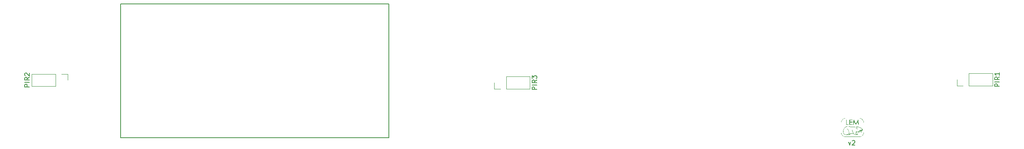
<source format=gbr>
%TF.GenerationSoftware,KiCad,Pcbnew,7.0.5-0*%
%TF.CreationDate,2023-08-08T15:43:03-04:00*%
%TF.ProjectId,Lemmingometre,4c656d6d-696e-4676-9f6d-657472652e6b,rev?*%
%TF.SameCoordinates,Original*%
%TF.FileFunction,Legend,Top*%
%TF.FilePolarity,Positive*%
%FSLAX46Y46*%
G04 Gerber Fmt 4.6, Leading zero omitted, Abs format (unit mm)*
G04 Created by KiCad (PCBNEW 7.0.5-0) date 2023-08-08 15:43:03*
%MOMM*%
%LPD*%
G01*
G04 APERTURE LIST*
%ADD10C,0.150000*%
%ADD11C,0.120000*%
G04 APERTURE END LIST*
D10*
X55100000Y-66700000D02*
X113100000Y-66700000D01*
X113100000Y-95800000D01*
X55100000Y-95800000D01*
X55100000Y-66700000D01*
X212441541Y-96703152D02*
X212679636Y-97369819D01*
X212679636Y-97369819D02*
X212917731Y-96703152D01*
X213251065Y-96465057D02*
X213298684Y-96417438D01*
X213298684Y-96417438D02*
X213393922Y-96369819D01*
X213393922Y-96369819D02*
X213632017Y-96369819D01*
X213632017Y-96369819D02*
X213727255Y-96417438D01*
X213727255Y-96417438D02*
X213774874Y-96465057D01*
X213774874Y-96465057D02*
X213822493Y-96560295D01*
X213822493Y-96560295D02*
X213822493Y-96655533D01*
X213822493Y-96655533D02*
X213774874Y-96798390D01*
X213774874Y-96798390D02*
X213203446Y-97369819D01*
X213203446Y-97369819D02*
X213822493Y-97369819D01*
%TO.C,J3*%
X245074819Y-84626189D02*
X244074819Y-84626189D01*
X244074819Y-84626189D02*
X244074819Y-84245237D01*
X244074819Y-84245237D02*
X244122438Y-84149999D01*
X244122438Y-84149999D02*
X244170057Y-84102380D01*
X244170057Y-84102380D02*
X244265295Y-84054761D01*
X244265295Y-84054761D02*
X244408152Y-84054761D01*
X244408152Y-84054761D02*
X244503390Y-84102380D01*
X244503390Y-84102380D02*
X244551009Y-84149999D01*
X244551009Y-84149999D02*
X244598628Y-84245237D01*
X244598628Y-84245237D02*
X244598628Y-84626189D01*
X245074819Y-83626189D02*
X244074819Y-83626189D01*
X245074819Y-82578571D02*
X244598628Y-82911904D01*
X245074819Y-83149999D02*
X244074819Y-83149999D01*
X244074819Y-83149999D02*
X244074819Y-82769047D01*
X244074819Y-82769047D02*
X244122438Y-82673809D01*
X244122438Y-82673809D02*
X244170057Y-82626190D01*
X244170057Y-82626190D02*
X244265295Y-82578571D01*
X244265295Y-82578571D02*
X244408152Y-82578571D01*
X244408152Y-82578571D02*
X244503390Y-82626190D01*
X244503390Y-82626190D02*
X244551009Y-82673809D01*
X244551009Y-82673809D02*
X244598628Y-82769047D01*
X244598628Y-82769047D02*
X244598628Y-83149999D01*
X245074819Y-81626190D02*
X245074819Y-82197618D01*
X245074819Y-81911904D02*
X244074819Y-81911904D01*
X244074819Y-81911904D02*
X244217676Y-82007142D01*
X244217676Y-82007142D02*
X244312914Y-82102380D01*
X244312914Y-82102380D02*
X244360533Y-82197618D01*
%TO.C,J1*%
X145024819Y-85296189D02*
X144024819Y-85296189D01*
X144024819Y-85296189D02*
X144024819Y-84915237D01*
X144024819Y-84915237D02*
X144072438Y-84819999D01*
X144072438Y-84819999D02*
X144120057Y-84772380D01*
X144120057Y-84772380D02*
X144215295Y-84724761D01*
X144215295Y-84724761D02*
X144358152Y-84724761D01*
X144358152Y-84724761D02*
X144453390Y-84772380D01*
X144453390Y-84772380D02*
X144501009Y-84819999D01*
X144501009Y-84819999D02*
X144548628Y-84915237D01*
X144548628Y-84915237D02*
X144548628Y-85296189D01*
X145024819Y-84296189D02*
X144024819Y-84296189D01*
X145024819Y-83248571D02*
X144548628Y-83581904D01*
X145024819Y-83819999D02*
X144024819Y-83819999D01*
X144024819Y-83819999D02*
X144024819Y-83439047D01*
X144024819Y-83439047D02*
X144072438Y-83343809D01*
X144072438Y-83343809D02*
X144120057Y-83296190D01*
X144120057Y-83296190D02*
X144215295Y-83248571D01*
X144215295Y-83248571D02*
X144358152Y-83248571D01*
X144358152Y-83248571D02*
X144453390Y-83296190D01*
X144453390Y-83296190D02*
X144501009Y-83343809D01*
X144501009Y-83343809D02*
X144548628Y-83439047D01*
X144548628Y-83439047D02*
X144548628Y-83819999D01*
X144024819Y-82915237D02*
X144024819Y-82296190D01*
X144024819Y-82296190D02*
X144405771Y-82629523D01*
X144405771Y-82629523D02*
X144405771Y-82486666D01*
X144405771Y-82486666D02*
X144453390Y-82391428D01*
X144453390Y-82391428D02*
X144501009Y-82343809D01*
X144501009Y-82343809D02*
X144596247Y-82296190D01*
X144596247Y-82296190D02*
X144834342Y-82296190D01*
X144834342Y-82296190D02*
X144929580Y-82343809D01*
X144929580Y-82343809D02*
X144977200Y-82391428D01*
X144977200Y-82391428D02*
X145024819Y-82486666D01*
X145024819Y-82486666D02*
X145024819Y-82772380D01*
X145024819Y-82772380D02*
X144977200Y-82867618D01*
X144977200Y-82867618D02*
X144929580Y-82915237D01*
%TO.C,J2*%
X35334819Y-84726189D02*
X34334819Y-84726189D01*
X34334819Y-84726189D02*
X34334819Y-84345237D01*
X34334819Y-84345237D02*
X34382438Y-84249999D01*
X34382438Y-84249999D02*
X34430057Y-84202380D01*
X34430057Y-84202380D02*
X34525295Y-84154761D01*
X34525295Y-84154761D02*
X34668152Y-84154761D01*
X34668152Y-84154761D02*
X34763390Y-84202380D01*
X34763390Y-84202380D02*
X34811009Y-84249999D01*
X34811009Y-84249999D02*
X34858628Y-84345237D01*
X34858628Y-84345237D02*
X34858628Y-84726189D01*
X35334819Y-83726189D02*
X34334819Y-83726189D01*
X35334819Y-82678571D02*
X34858628Y-83011904D01*
X35334819Y-83249999D02*
X34334819Y-83249999D01*
X34334819Y-83249999D02*
X34334819Y-82869047D01*
X34334819Y-82869047D02*
X34382438Y-82773809D01*
X34382438Y-82773809D02*
X34430057Y-82726190D01*
X34430057Y-82726190D02*
X34525295Y-82678571D01*
X34525295Y-82678571D02*
X34668152Y-82678571D01*
X34668152Y-82678571D02*
X34763390Y-82726190D01*
X34763390Y-82726190D02*
X34811009Y-82773809D01*
X34811009Y-82773809D02*
X34858628Y-82869047D01*
X34858628Y-82869047D02*
X34858628Y-83249999D01*
X34430057Y-82297618D02*
X34382438Y-82249999D01*
X34382438Y-82249999D02*
X34334819Y-82154761D01*
X34334819Y-82154761D02*
X34334819Y-81916666D01*
X34334819Y-81916666D02*
X34382438Y-81821428D01*
X34382438Y-81821428D02*
X34430057Y-81773809D01*
X34430057Y-81773809D02*
X34525295Y-81726190D01*
X34525295Y-81726190D02*
X34620533Y-81726190D01*
X34620533Y-81726190D02*
X34763390Y-81773809D01*
X34763390Y-81773809D02*
X35334819Y-82345237D01*
X35334819Y-82345237D02*
X35334819Y-81726190D01*
%TO.C,G\u002A\u002A\u002A*%
G36*
X212050456Y-92347433D02*
G01*
X212050456Y-92852289D01*
X212265096Y-92852289D01*
X212479735Y-92852289D01*
X212479735Y-92916782D01*
X212479735Y-92981274D01*
X212197580Y-92981274D01*
X211915425Y-92981274D01*
X211915425Y-92411926D01*
X211915425Y-91842577D01*
X211982941Y-91842577D01*
X212050456Y-91842577D01*
X212050456Y-92347433D01*
G37*
G36*
X213297985Y-91909085D02*
G01*
X213297985Y-91975593D01*
X213033968Y-91975593D01*
X212769952Y-91975593D01*
X212769952Y-92138840D01*
X212769952Y-92302087D01*
X213031953Y-92302087D01*
X213293954Y-92302087D01*
X213293954Y-92366579D01*
X213293954Y-92431072D01*
X213031953Y-92431072D01*
X212769952Y-92431072D01*
X212769952Y-92639657D01*
X212769952Y-92848243D01*
X213031449Y-92848754D01*
X213292946Y-92849266D01*
X213292946Y-92914766D01*
X213292946Y-92980266D01*
X212963933Y-92980776D01*
X212634920Y-92981286D01*
X212634920Y-92411932D01*
X212634920Y-91842577D01*
X212966452Y-91842577D01*
X213297985Y-91842577D01*
X213297985Y-91909085D01*
G37*
G36*
X214273138Y-93489901D02*
G01*
X214288294Y-93492157D01*
X214316206Y-93499804D01*
X214342865Y-93510917D01*
X214368619Y-93525672D01*
X214393813Y-93544244D01*
X214398714Y-93548347D01*
X214409250Y-93557996D01*
X214416630Y-93566440D01*
X214421288Y-93574301D01*
X214423660Y-93582204D01*
X214423978Y-93584545D01*
X214423147Y-93594718D01*
X214418990Y-93604139D01*
X214412208Y-93612024D01*
X214403505Y-93617594D01*
X214393585Y-93620065D01*
X214391970Y-93620121D01*
X214385567Y-93619697D01*
X214379746Y-93618061D01*
X214373626Y-93614759D01*
X214366322Y-93609337D01*
X214359129Y-93603253D01*
X214347043Y-93593082D01*
X214336443Y-93585112D01*
X214326125Y-93578536D01*
X214314889Y-93572552D01*
X214309054Y-93569764D01*
X214293351Y-93563358D01*
X214277766Y-93558985D01*
X214261584Y-93556596D01*
X214244089Y-93556139D01*
X214224563Y-93557564D01*
X214202292Y-93560819D01*
X214196850Y-93561795D01*
X214178287Y-93565904D01*
X214163432Y-93570852D01*
X214151998Y-93576924D01*
X214143701Y-93584402D01*
X214138257Y-93593569D01*
X214135379Y-93604708D01*
X214134783Y-93618103D01*
X214135046Y-93623177D01*
X214138335Y-93643772D01*
X214145100Y-93665107D01*
X214154989Y-93686662D01*
X214167649Y-93707914D01*
X214182728Y-93728344D01*
X214199873Y-93747429D01*
X214218733Y-93764651D01*
X214238954Y-93779486D01*
X214242179Y-93781533D01*
X214264332Y-93793541D01*
X214286835Y-93802059D01*
X214310474Y-93807306D01*
X214336041Y-93809502D01*
X214343243Y-93809601D01*
X214355559Y-93809833D01*
X214364666Y-93810687D01*
X214371369Y-93812396D01*
X214376470Y-93815193D01*
X214380774Y-93819314D01*
X214382081Y-93820908D01*
X214387492Y-93830730D01*
X214389341Y-93841214D01*
X214387823Y-93851567D01*
X214383136Y-93860998D01*
X214375477Y-93868713D01*
X214369324Y-93872287D01*
X214362625Y-93874176D01*
X214352853Y-93875429D01*
X214340916Y-93876047D01*
X214327723Y-93876031D01*
X214314181Y-93875383D01*
X214301198Y-93874104D01*
X214289682Y-93872196D01*
X214289558Y-93872170D01*
X214271620Y-93867787D01*
X214255381Y-93862485D01*
X214239054Y-93855625D01*
X214227343Y-93849924D01*
X214198931Y-93833551D01*
X214173023Y-93814471D01*
X214149275Y-93792374D01*
X214127340Y-93766953D01*
X214113995Y-93748652D01*
X214104975Y-93734269D01*
X214095951Y-93717714D01*
X214087552Y-93700297D01*
X214080409Y-93683325D01*
X214075149Y-93668108D01*
X214074952Y-93667437D01*
X214070065Y-93645811D01*
X214067675Y-93623878D01*
X214067816Y-93602661D01*
X214070526Y-93583183D01*
X214071836Y-93577864D01*
X214078619Y-93560641D01*
X214088939Y-93544859D01*
X214102480Y-93530772D01*
X214118928Y-93518632D01*
X214137967Y-93508693D01*
X214159283Y-93501206D01*
X214170807Y-93498439D01*
X214199984Y-93493260D01*
X214226988Y-93490098D01*
X214251485Y-93488972D01*
X214273138Y-93489901D01*
G37*
G36*
X214526424Y-91842751D02*
G01*
X214532205Y-91843084D01*
X214535212Y-91843586D01*
X214535436Y-91843782D01*
X214535718Y-91845923D01*
X214536546Y-91851860D01*
X214537892Y-91861399D01*
X214539729Y-91874345D01*
X214542027Y-91890505D01*
X214544760Y-91909685D01*
X214547900Y-91931690D01*
X214551418Y-91956327D01*
X214555288Y-91983401D01*
X214559480Y-92012719D01*
X214563968Y-92044086D01*
X214568724Y-92077309D01*
X214573719Y-92112193D01*
X214578925Y-92148544D01*
X214584316Y-92186169D01*
X214589863Y-92224873D01*
X214595538Y-92264462D01*
X214601313Y-92304742D01*
X214607161Y-92345520D01*
X214613054Y-92386600D01*
X214618964Y-92427790D01*
X214624863Y-92468895D01*
X214630723Y-92509721D01*
X214636516Y-92550074D01*
X214642215Y-92589760D01*
X214647792Y-92628585D01*
X214653218Y-92666355D01*
X214658467Y-92702876D01*
X214663509Y-92737953D01*
X214668318Y-92771394D01*
X214672866Y-92803003D01*
X214677124Y-92832587D01*
X214681066Y-92859952D01*
X214684662Y-92884903D01*
X214687885Y-92907248D01*
X214690708Y-92926791D01*
X214693102Y-92943338D01*
X214695039Y-92956696D01*
X214696493Y-92966671D01*
X214697435Y-92973068D01*
X214697836Y-92975694D01*
X214697844Y-92975732D01*
X214699003Y-92981274D01*
X214632335Y-92981274D01*
X214612047Y-92981223D01*
X214595637Y-92981066D01*
X214582956Y-92980797D01*
X214573852Y-92980413D01*
X214568175Y-92979909D01*
X214565773Y-92979278D01*
X214565667Y-92979092D01*
X214565399Y-92976852D01*
X214564617Y-92970868D01*
X214563353Y-92961374D01*
X214561640Y-92948606D01*
X214559508Y-92932798D01*
X214556991Y-92914185D01*
X214554120Y-92893002D01*
X214550928Y-92869485D01*
X214547447Y-92843867D01*
X214543708Y-92816385D01*
X214539744Y-92787273D01*
X214535587Y-92756765D01*
X214531269Y-92725097D01*
X214526823Y-92692505D01*
X214522280Y-92659222D01*
X214517672Y-92625483D01*
X214513032Y-92591524D01*
X214508391Y-92557580D01*
X214503783Y-92523886D01*
X214499238Y-92490675D01*
X214494789Y-92458185D01*
X214490468Y-92426648D01*
X214486308Y-92396301D01*
X214482339Y-92367378D01*
X214478596Y-92340114D01*
X214475108Y-92314745D01*
X214471910Y-92291504D01*
X214469032Y-92270628D01*
X214466507Y-92252350D01*
X214464367Y-92236907D01*
X214462644Y-92224532D01*
X214461371Y-92215461D01*
X214460579Y-92209929D01*
X214460301Y-92208165D01*
X214459380Y-92209904D01*
X214456758Y-92215093D01*
X214452515Y-92223565D01*
X214446735Y-92235157D01*
X214439498Y-92249702D01*
X214430888Y-92267036D01*
X214420985Y-92286992D01*
X214409872Y-92309406D01*
X214397631Y-92334113D01*
X214384343Y-92360947D01*
X214370090Y-92389743D01*
X214354955Y-92420336D01*
X214339019Y-92452560D01*
X214322364Y-92486250D01*
X214305072Y-92521241D01*
X214287224Y-92557367D01*
X214269130Y-92594006D01*
X214078401Y-92980266D01*
X214057840Y-92980266D01*
X214037278Y-92980266D01*
X213844642Y-92591808D01*
X213826201Y-92554636D01*
X213808231Y-92518442D01*
X213790812Y-92483388D01*
X213774027Y-92449640D01*
X213757959Y-92417361D01*
X213742690Y-92386716D01*
X213728301Y-92357870D01*
X213714875Y-92330985D01*
X213702494Y-92306227D01*
X213691240Y-92283760D01*
X213681195Y-92263748D01*
X213672442Y-92246356D01*
X213665062Y-92231748D01*
X213659138Y-92220087D01*
X213654752Y-92211539D01*
X213651987Y-92206267D01*
X213650923Y-92204437D01*
X213650916Y-92204438D01*
X213650540Y-92206514D01*
X213649652Y-92212392D01*
X213648277Y-92221880D01*
X213646444Y-92234783D01*
X213644177Y-92250911D01*
X213641505Y-92270069D01*
X213638452Y-92292065D01*
X213635047Y-92316707D01*
X213631316Y-92343802D01*
X213627285Y-92373157D01*
X213622980Y-92404579D01*
X213618429Y-92437876D01*
X213613658Y-92472854D01*
X213608693Y-92509322D01*
X213603562Y-92547086D01*
X213598290Y-92585953D01*
X213597349Y-92592897D01*
X213544870Y-92980266D01*
X213480882Y-92980799D01*
X213416893Y-92981331D01*
X213416989Y-92975760D01*
X213417278Y-92973320D01*
X213418113Y-92967051D01*
X213419471Y-92957114D01*
X213421329Y-92943669D01*
X213423666Y-92926879D01*
X213426458Y-92906903D01*
X213429682Y-92883903D01*
X213433316Y-92858040D01*
X213437336Y-92829476D01*
X213441722Y-92798371D01*
X213446448Y-92764886D01*
X213451494Y-92729182D01*
X213456836Y-92691421D01*
X213462451Y-92651764D01*
X213468317Y-92610372D01*
X213474411Y-92567405D01*
X213480710Y-92523025D01*
X213487192Y-92477392D01*
X213493833Y-92430669D01*
X213497216Y-92406887D01*
X213577347Y-91843585D01*
X213593891Y-91843585D01*
X213610436Y-91843585D01*
X213833481Y-92293521D01*
X213853342Y-92333577D01*
X213872741Y-92372677D01*
X213891598Y-92410668D01*
X213909840Y-92447397D01*
X213927388Y-92482710D01*
X213944167Y-92516454D01*
X213960100Y-92548476D01*
X213975111Y-92578623D01*
X213989123Y-92606741D01*
X214002060Y-92632678D01*
X214013846Y-92656281D01*
X214024404Y-92677395D01*
X214033658Y-92695868D01*
X214041532Y-92711546D01*
X214047948Y-92724277D01*
X214052832Y-92733907D01*
X214056105Y-92740283D01*
X214057692Y-92743252D01*
X214057834Y-92743458D01*
X214058828Y-92741674D01*
X214061523Y-92736427D01*
X214065843Y-92727868D01*
X214071713Y-92716152D01*
X214079056Y-92701432D01*
X214087796Y-92683862D01*
X214097858Y-92663594D01*
X214109166Y-92640784D01*
X214121643Y-92615583D01*
X214135214Y-92588145D01*
X214149802Y-92558625D01*
X214165333Y-92527175D01*
X214181729Y-92493950D01*
X214198915Y-92459101D01*
X214216816Y-92422784D01*
X214235354Y-92385151D01*
X214254454Y-92346356D01*
X214274041Y-92306552D01*
X214280663Y-92293090D01*
X214502182Y-91842723D01*
X214518809Y-91842650D01*
X214526424Y-91842751D01*
G37*
G36*
X213405638Y-91493941D02*
G01*
X213506459Y-91493947D01*
X213603666Y-91493959D01*
X213697241Y-91493977D01*
X213787169Y-91494000D01*
X213873432Y-91494029D01*
X213956016Y-91494063D01*
X214034903Y-91494103D01*
X214110077Y-91494148D01*
X214181522Y-91494199D01*
X214249221Y-91494255D01*
X214313157Y-91494316D01*
X214373316Y-91494383D01*
X214429679Y-91494455D01*
X214482232Y-91494533D01*
X214530957Y-91494616D01*
X214575838Y-91494704D01*
X214616858Y-91494797D01*
X214654002Y-91494896D01*
X214687253Y-91494999D01*
X214716595Y-91495108D01*
X214742010Y-91495222D01*
X214763484Y-91495342D01*
X214780999Y-91495466D01*
X214794539Y-91495596D01*
X214804088Y-91495730D01*
X214809629Y-91495870D01*
X214810748Y-91495929D01*
X214876443Y-91502940D01*
X214940597Y-91513673D01*
X215003257Y-91528141D01*
X215064466Y-91546359D01*
X215124268Y-91568343D01*
X215182708Y-91594106D01*
X215239830Y-91623664D01*
X215292216Y-91654828D01*
X215344940Y-91690595D01*
X215395260Y-91729509D01*
X215443037Y-91771398D01*
X215488135Y-91816088D01*
X215530418Y-91863405D01*
X215569749Y-91913177D01*
X215605991Y-91965230D01*
X215639007Y-92019391D01*
X215668660Y-92075487D01*
X215694815Y-92133344D01*
X215717334Y-92192788D01*
X215717839Y-92194263D01*
X215734258Y-92246908D01*
X215748026Y-92300664D01*
X215758876Y-92354395D01*
X215765686Y-92399833D01*
X215766286Y-92404614D01*
X215766855Y-92409147D01*
X215767396Y-92413537D01*
X215767908Y-92417892D01*
X215768393Y-92422317D01*
X215768851Y-92426920D01*
X215769282Y-92431806D01*
X215769688Y-92437083D01*
X215770070Y-92442856D01*
X215770428Y-92449232D01*
X215770763Y-92456318D01*
X215771076Y-92464220D01*
X215771367Y-92473045D01*
X215771637Y-92482898D01*
X215771888Y-92493887D01*
X215772119Y-92506118D01*
X215772332Y-92519697D01*
X215772527Y-92534731D01*
X215772705Y-92551326D01*
X215772867Y-92569590D01*
X215773014Y-92589627D01*
X215773146Y-92611545D01*
X215773264Y-92635450D01*
X215773369Y-92661449D01*
X215773462Y-92689648D01*
X215773543Y-92720154D01*
X215773614Y-92753072D01*
X215773674Y-92788510D01*
X215773725Y-92826575D01*
X215773768Y-92867371D01*
X215773803Y-92911007D01*
X215773831Y-92957587D01*
X215773853Y-93007220D01*
X215773869Y-93060011D01*
X215773881Y-93116067D01*
X215773888Y-93175494D01*
X215773893Y-93238399D01*
X215773895Y-93304888D01*
X215773896Y-93375067D01*
X215773895Y-93449044D01*
X215773895Y-93526924D01*
X215773895Y-93542561D01*
X215773895Y-93621221D01*
X215773896Y-93695956D01*
X215773895Y-93766873D01*
X215773894Y-93834079D01*
X215773890Y-93897680D01*
X215773882Y-93957783D01*
X215773872Y-94014493D01*
X215773856Y-94067917D01*
X215773836Y-94118163D01*
X215773809Y-94165335D01*
X215773775Y-94209541D01*
X215773734Y-94250887D01*
X215773685Y-94289480D01*
X215773626Y-94325425D01*
X215773558Y-94358830D01*
X215773479Y-94389801D01*
X215773388Y-94418444D01*
X215773285Y-94444866D01*
X215773169Y-94469173D01*
X215773040Y-94491472D01*
X215772896Y-94511869D01*
X215772737Y-94530470D01*
X215772562Y-94547382D01*
X215772370Y-94562712D01*
X215772160Y-94576565D01*
X215771932Y-94589048D01*
X215771685Y-94600269D01*
X215771419Y-94610332D01*
X215771131Y-94619345D01*
X215770822Y-94627414D01*
X215770491Y-94634646D01*
X215770138Y-94641146D01*
X215769760Y-94647022D01*
X215769358Y-94652379D01*
X215768931Y-94657325D01*
X215768478Y-94661966D01*
X215767998Y-94666407D01*
X215767491Y-94670756D01*
X215766955Y-94675120D01*
X215766390Y-94679603D01*
X215765796Y-94684314D01*
X215765674Y-94685289D01*
X215755772Y-94748366D01*
X215741968Y-94810611D01*
X215724337Y-94871841D01*
X215702955Y-94931877D01*
X215677899Y-94990538D01*
X215649243Y-95047642D01*
X215617063Y-95103008D01*
X215581435Y-95156457D01*
X215552489Y-95195184D01*
X215524148Y-95229486D01*
X215492872Y-95264017D01*
X215459592Y-95297848D01*
X215425233Y-95330051D01*
X215390726Y-95359698D01*
X215376863Y-95370810D01*
X215326870Y-95407596D01*
X215274481Y-95441503D01*
X215220151Y-95472285D01*
X215164338Y-95499693D01*
X215107497Y-95523480D01*
X215072538Y-95536098D01*
X215011751Y-95554797D01*
X214950960Y-95569685D01*
X214890464Y-95580691D01*
X214872007Y-95583279D01*
X214867946Y-95583820D01*
X214864192Y-95584338D01*
X214860654Y-95584834D01*
X214857243Y-95585308D01*
X214853871Y-95585760D01*
X214850448Y-95586191D01*
X214846885Y-95586602D01*
X214843093Y-95586992D01*
X214838983Y-95587363D01*
X214834465Y-95587716D01*
X214829451Y-95588049D01*
X214823851Y-95588365D01*
X214817577Y-95588664D01*
X214810538Y-95588946D01*
X214802646Y-95589211D01*
X214793812Y-95589460D01*
X214783946Y-95589694D01*
X214772960Y-95589913D01*
X214760764Y-95590118D01*
X214747269Y-95590309D01*
X214732386Y-95590487D01*
X214716025Y-95590652D01*
X214698099Y-95590805D01*
X214678517Y-95590946D01*
X214657190Y-95591075D01*
X214634029Y-95591194D01*
X214608946Y-95591303D01*
X214581850Y-95591402D01*
X214552653Y-95591492D01*
X214521265Y-95591573D01*
X214487598Y-95591646D01*
X214451562Y-95591712D01*
X214413069Y-95591770D01*
X214372028Y-95591822D01*
X214328351Y-95591867D01*
X214281949Y-95591907D01*
X214232732Y-95591942D01*
X214180611Y-95591972D01*
X214125498Y-95591999D01*
X214067303Y-95592021D01*
X214005937Y-95592041D01*
X213941310Y-95592058D01*
X213873334Y-95592073D01*
X213801920Y-95592087D01*
X213726977Y-95592100D01*
X213648418Y-95592112D01*
X213566153Y-95592124D01*
X213480093Y-95592137D01*
X213390148Y-95592151D01*
X213330231Y-95592161D01*
X213253394Y-95592173D01*
X213177497Y-95592184D01*
X213102641Y-95592193D01*
X213028929Y-95592200D01*
X212956464Y-95592206D01*
X212885347Y-95592210D01*
X212815680Y-95592213D01*
X212747565Y-95592214D01*
X212681105Y-95592214D01*
X212616402Y-95592212D01*
X212553558Y-95592209D01*
X212492674Y-95592205D01*
X212433854Y-95592199D01*
X212377199Y-95592191D01*
X212322812Y-95592183D01*
X212270794Y-95592173D01*
X212221248Y-95592162D01*
X212174276Y-95592149D01*
X212129980Y-95592135D01*
X212088461Y-95592120D01*
X212049824Y-95592104D01*
X212014168Y-95592086D01*
X211981597Y-95592067D01*
X211952213Y-95592048D01*
X211926117Y-95592027D01*
X211903413Y-95592004D01*
X211884201Y-95591981D01*
X211868585Y-95591957D01*
X211856666Y-95591931D01*
X211848547Y-95591905D01*
X211844329Y-95591877D01*
X211843878Y-95591870D01*
X211779510Y-95588328D01*
X211715952Y-95580893D01*
X211653354Y-95569647D01*
X211591865Y-95554672D01*
X211531634Y-95536051D01*
X211472810Y-95513866D01*
X211415543Y-95488199D01*
X211359983Y-95459134D01*
X211306278Y-95426752D01*
X211254578Y-95391137D01*
X211205032Y-95352370D01*
X211157789Y-95310534D01*
X211112999Y-95265712D01*
X211070810Y-95217986D01*
X211031373Y-95167439D01*
X211003652Y-95127668D01*
X210987387Y-95102638D01*
X210973157Y-95079586D01*
X210960345Y-95057453D01*
X210948330Y-95035183D01*
X210940510Y-95019844D01*
X210913875Y-94962455D01*
X210891057Y-94904533D01*
X210871964Y-94845752D01*
X210856506Y-94785784D01*
X210844590Y-94724305D01*
X210836125Y-94660986D01*
X210834100Y-94639943D01*
X210833865Y-94635203D01*
X210833638Y-94626581D01*
X210833419Y-94614222D01*
X210833210Y-94598273D01*
X210833009Y-94578879D01*
X210832817Y-94556187D01*
X210832634Y-94530342D01*
X210832460Y-94501492D01*
X210832294Y-94469781D01*
X210832137Y-94435356D01*
X210831989Y-94398362D01*
X210831849Y-94358947D01*
X210831718Y-94317257D01*
X210831596Y-94273436D01*
X210831483Y-94227632D01*
X210831378Y-94179989D01*
X210831283Y-94130656D01*
X210831195Y-94079777D01*
X210831117Y-94027498D01*
X210831047Y-93973966D01*
X210830986Y-93919327D01*
X210830934Y-93863726D01*
X210830890Y-93807311D01*
X210830856Y-93750226D01*
X210830829Y-93692618D01*
X210830812Y-93634633D01*
X210830803Y-93576418D01*
X210830803Y-93568489D01*
X210881166Y-93568489D01*
X210881174Y-93626685D01*
X210881191Y-93684669D01*
X210881216Y-93742295D01*
X210881251Y-93799416D01*
X210881294Y-93855887D01*
X210881346Y-93911562D01*
X210881407Y-93966293D01*
X210881476Y-94019935D01*
X210881555Y-94072341D01*
X210881642Y-94123365D01*
X210881738Y-94172861D01*
X210881843Y-94220683D01*
X210881956Y-94266684D01*
X210882079Y-94310718D01*
X210882210Y-94352638D01*
X210882350Y-94392299D01*
X210882499Y-94429555D01*
X210882656Y-94464258D01*
X210882823Y-94496263D01*
X210882998Y-94525423D01*
X210883182Y-94551592D01*
X210883375Y-94574624D01*
X210883576Y-94594372D01*
X210883787Y-94610691D01*
X210884006Y-94623434D01*
X210884234Y-94632454D01*
X210884471Y-94637606D01*
X210884497Y-94637927D01*
X210892101Y-94701773D01*
X210903459Y-94764152D01*
X210918564Y-94825048D01*
X210937410Y-94884447D01*
X210959991Y-94942332D01*
X210986299Y-94998688D01*
X211016328Y-95053501D01*
X211050072Y-95106754D01*
X211087525Y-95158434D01*
X211123237Y-95202237D01*
X211133625Y-95213884D01*
X211146301Y-95227393D01*
X211160560Y-95242068D01*
X211175698Y-95257215D01*
X211191010Y-95272136D01*
X211205790Y-95286137D01*
X211219334Y-95298521D01*
X211230938Y-95308593D01*
X211231199Y-95308811D01*
X211282054Y-95348662D01*
X211334544Y-95384836D01*
X211388639Y-95417321D01*
X211444308Y-95446104D01*
X211501522Y-95471170D01*
X211560249Y-95492507D01*
X211620460Y-95510102D01*
X211682123Y-95523940D01*
X211742101Y-95533606D01*
X211760357Y-95535725D01*
X211781156Y-95537681D01*
X211803007Y-95539360D01*
X211824423Y-95540648D01*
X211843915Y-95541433D01*
X211845894Y-95541484D01*
X211849063Y-95541512D01*
X211856162Y-95541539D01*
X211867086Y-95541565D01*
X211881734Y-95541590D01*
X211900005Y-95541615D01*
X211921794Y-95541638D01*
X211947001Y-95541660D01*
X211975524Y-95541681D01*
X212007259Y-95541702D01*
X212042104Y-95541721D01*
X212079958Y-95541739D01*
X212120718Y-95541756D01*
X212164282Y-95541772D01*
X212210547Y-95541786D01*
X212259412Y-95541800D01*
X212310773Y-95541812D01*
X212364530Y-95541823D01*
X212420579Y-95541833D01*
X212478819Y-95541841D01*
X212539146Y-95541848D01*
X212601460Y-95541854D01*
X212665657Y-95541859D01*
X212731635Y-95541862D01*
X212799293Y-95541863D01*
X212868527Y-95541864D01*
X212939236Y-95541862D01*
X213011318Y-95541860D01*
X213084669Y-95541856D01*
X213159189Y-95541850D01*
X213234774Y-95541843D01*
X213311322Y-95541834D01*
X213329223Y-95541831D01*
X213421610Y-95541819D01*
X213510054Y-95541806D01*
X213594642Y-95541793D01*
X213675462Y-95541778D01*
X213752602Y-95541762D01*
X213826150Y-95541745D01*
X213896192Y-95541727D01*
X213962817Y-95541707D01*
X214026112Y-95541684D01*
X214086165Y-95541660D01*
X214143064Y-95541633D01*
X214196896Y-95541604D01*
X214247749Y-95541571D01*
X214295710Y-95541536D01*
X214340867Y-95541498D01*
X214383308Y-95541456D01*
X214423120Y-95541410D01*
X214460391Y-95541361D01*
X214495209Y-95541307D01*
X214527661Y-95541249D01*
X214557835Y-95541187D01*
X214585818Y-95541120D01*
X214611699Y-95541048D01*
X214635564Y-95540971D01*
X214657502Y-95540889D01*
X214677599Y-95540801D01*
X214695944Y-95540708D01*
X214712625Y-95540608D01*
X214727728Y-95540503D01*
X214741342Y-95540391D01*
X214753554Y-95540272D01*
X214764452Y-95540147D01*
X214774124Y-95540014D01*
X214782656Y-95539875D01*
X214790138Y-95539728D01*
X214796655Y-95539573D01*
X214802297Y-95539410D01*
X214807150Y-95539240D01*
X214811302Y-95539061D01*
X214814841Y-95538874D01*
X214817855Y-95538678D01*
X214820431Y-95538473D01*
X214822630Y-95538262D01*
X214852448Y-95534904D01*
X214879310Y-95531344D01*
X214904291Y-95527400D01*
X214928466Y-95522891D01*
X214952910Y-95517633D01*
X214974082Y-95512593D01*
X215032933Y-95496026D01*
X215090960Y-95475656D01*
X215147785Y-95451663D01*
X215203032Y-95424224D01*
X215256327Y-95393519D01*
X215307291Y-95359725D01*
X215328493Y-95344216D01*
X215377639Y-95304719D01*
X215423948Y-95262470D01*
X215467319Y-95217624D01*
X215507653Y-95170334D01*
X215544850Y-95120753D01*
X215578811Y-95069036D01*
X215609437Y-95015335D01*
X215636627Y-94959805D01*
X215660282Y-94902599D01*
X215680302Y-94843871D01*
X215696587Y-94783773D01*
X215699084Y-94772959D01*
X215706378Y-94737909D01*
X215712191Y-94703897D01*
X215716677Y-94669717D01*
X215719992Y-94634159D01*
X215722293Y-94596015D01*
X215722513Y-94591089D01*
X215722657Y-94585708D01*
X215722795Y-94576447D01*
X215722927Y-94563457D01*
X215723054Y-94546889D01*
X215723176Y-94526894D01*
X215723292Y-94503623D01*
X215723403Y-94477227D01*
X215723508Y-94447857D01*
X215723608Y-94415663D01*
X215723702Y-94380798D01*
X215723791Y-94343411D01*
X215723875Y-94303654D01*
X215723952Y-94261678D01*
X215724025Y-94217633D01*
X215724092Y-94171671D01*
X215724153Y-94123942D01*
X215724209Y-94074598D01*
X215724259Y-94023790D01*
X215724304Y-93971667D01*
X215724344Y-93918383D01*
X215724378Y-93864086D01*
X215724406Y-93808929D01*
X215724429Y-93753062D01*
X215724447Y-93696636D01*
X215724459Y-93639802D01*
X215724466Y-93582711D01*
X215724467Y-93525514D01*
X215724462Y-93468363D01*
X215724452Y-93411407D01*
X215724437Y-93354798D01*
X215724416Y-93298687D01*
X215724390Y-93243224D01*
X215724358Y-93188562D01*
X215724321Y-93134850D01*
X215724278Y-93082240D01*
X215724230Y-93030883D01*
X215724176Y-92980929D01*
X215724117Y-92932529D01*
X215724052Y-92885835D01*
X215723982Y-92840998D01*
X215723907Y-92798168D01*
X215723826Y-92757496D01*
X215723739Y-92719133D01*
X215723647Y-92683231D01*
X215723549Y-92649940D01*
X215723446Y-92619411D01*
X215723338Y-92591796D01*
X215723224Y-92567244D01*
X215723104Y-92545907D01*
X215722979Y-92527937D01*
X215722849Y-92513483D01*
X215722713Y-92502697D01*
X215722572Y-92495730D01*
X215722513Y-92494033D01*
X215718172Y-92431979D01*
X215710550Y-92372036D01*
X215699560Y-92313857D01*
X215685116Y-92257098D01*
X215667134Y-92201411D01*
X215645525Y-92146451D01*
X215624979Y-92101555D01*
X215597720Y-92049086D01*
X215568456Y-91999761D01*
X215536792Y-91953028D01*
X215502329Y-91908332D01*
X215464670Y-91865123D01*
X215427936Y-91827263D01*
X215383995Y-91786352D01*
X215339035Y-91749097D01*
X215292575Y-91715158D01*
X215244134Y-91684196D01*
X215193234Y-91655872D01*
X215165934Y-91642218D01*
X215110804Y-91617488D01*
X215055661Y-91596544D01*
X214999999Y-91579247D01*
X214943309Y-91565458D01*
X214885084Y-91555038D01*
X214824815Y-91547849D01*
X214818599Y-91547297D01*
X214814255Y-91547098D01*
X214806004Y-91546905D01*
X214793970Y-91546718D01*
X214778276Y-91546538D01*
X214759045Y-91546363D01*
X214736399Y-91546195D01*
X214710462Y-91546032D01*
X214681357Y-91545876D01*
X214649208Y-91545726D01*
X214614137Y-91545582D01*
X214576267Y-91545444D01*
X214535722Y-91545313D01*
X214492624Y-91545187D01*
X214447097Y-91545068D01*
X214399264Y-91544955D01*
X214349248Y-91544848D01*
X214297172Y-91544747D01*
X214243159Y-91544652D01*
X214187333Y-91544563D01*
X214129815Y-91544481D01*
X214070731Y-91544404D01*
X214010202Y-91544334D01*
X213948351Y-91544270D01*
X213885303Y-91544212D01*
X213821179Y-91544161D01*
X213756104Y-91544115D01*
X213690199Y-91544076D01*
X213623589Y-91544042D01*
X213556397Y-91544015D01*
X213488744Y-91543994D01*
X213420756Y-91543980D01*
X213352554Y-91543971D01*
X213284262Y-91543969D01*
X213216003Y-91543973D01*
X213147899Y-91543982D01*
X213080075Y-91543999D01*
X213012654Y-91544021D01*
X212945757Y-91544049D01*
X212879510Y-91544084D01*
X212814033Y-91544125D01*
X212749452Y-91544172D01*
X212685888Y-91544225D01*
X212623465Y-91544285D01*
X212562306Y-91544350D01*
X212502534Y-91544422D01*
X212444273Y-91544500D01*
X212387645Y-91544584D01*
X212332773Y-91544675D01*
X212279781Y-91544771D01*
X212228792Y-91544874D01*
X212179928Y-91544983D01*
X212133313Y-91545098D01*
X212089071Y-91545219D01*
X212047323Y-91545347D01*
X212008194Y-91545481D01*
X211971806Y-91545621D01*
X211938282Y-91545767D01*
X211907746Y-91545920D01*
X211880321Y-91546078D01*
X211856129Y-91546243D01*
X211835294Y-91546414D01*
X211817940Y-91546591D01*
X211804188Y-91546775D01*
X211794163Y-91546965D01*
X211787987Y-91547161D01*
X211786440Y-91547256D01*
X211725631Y-91554210D01*
X211667012Y-91564321D01*
X211610113Y-91577716D01*
X211554461Y-91594524D01*
X211499587Y-91614872D01*
X211445020Y-91638888D01*
X211438784Y-91641872D01*
X211383864Y-91670575D01*
X211330928Y-91702696D01*
X211280144Y-91738067D01*
X211231681Y-91776520D01*
X211185705Y-91817889D01*
X211142384Y-91862005D01*
X211101885Y-91908701D01*
X211064376Y-91957810D01*
X211030024Y-92009165D01*
X210998997Y-92062597D01*
X210979149Y-92101555D01*
X210954168Y-92157507D01*
X210933027Y-92213612D01*
X210915599Y-92270329D01*
X210901761Y-92328115D01*
X210891386Y-92387429D01*
X210884505Y-92446939D01*
X210884267Y-92451675D01*
X210884038Y-92460295D01*
X210883818Y-92472652D01*
X210883606Y-92488601D01*
X210883404Y-92507995D01*
X210883210Y-92530687D01*
X210883025Y-92556533D01*
X210882848Y-92585385D01*
X210882681Y-92617096D01*
X210882522Y-92651522D01*
X210882372Y-92688515D01*
X210882231Y-92727930D01*
X210882098Y-92769619D01*
X210881975Y-92813437D01*
X210881860Y-92859238D01*
X210881754Y-92906874D01*
X210881656Y-92956201D01*
X210881568Y-93007071D01*
X210881488Y-93059338D01*
X210881417Y-93112857D01*
X210881355Y-93167480D01*
X210881301Y-93223062D01*
X210881257Y-93279456D01*
X210881221Y-93336516D01*
X210881194Y-93394095D01*
X210881176Y-93452048D01*
X210881166Y-93510228D01*
X210881166Y-93568489D01*
X210830803Y-93568489D01*
X210830803Y-93518118D01*
X210830812Y-93459879D01*
X210830829Y-93401847D01*
X210830855Y-93344169D01*
X210830890Y-93286990D01*
X210830934Y-93230457D01*
X210830986Y-93174715D01*
X210831047Y-93119912D01*
X210831116Y-93066192D01*
X210831195Y-93013702D01*
X210831281Y-92962587D01*
X210831377Y-92912995D01*
X210831481Y-92865071D01*
X210831594Y-92818961D01*
X210831716Y-92774812D01*
X210831846Y-92732768D01*
X210831985Y-92692978D01*
X210832133Y-92655585D01*
X210832289Y-92620737D01*
X210832454Y-92588580D01*
X210832628Y-92559259D01*
X210832811Y-92532921D01*
X210833002Y-92509712D01*
X210833201Y-92489778D01*
X210833410Y-92473265D01*
X210833627Y-92460318D01*
X210833852Y-92451085D01*
X210834087Y-92445711D01*
X210834128Y-92445180D01*
X210841864Y-92379476D01*
X210853211Y-92315537D01*
X210868197Y-92253284D01*
X210886847Y-92192641D01*
X210909189Y-92133529D01*
X210935248Y-92075869D01*
X210965052Y-92019586D01*
X210997346Y-91966567D01*
X211033859Y-91913972D01*
X211073342Y-91863974D01*
X211115633Y-91816675D01*
X211160571Y-91772177D01*
X211207996Y-91730583D01*
X211257745Y-91691994D01*
X211309659Y-91656515D01*
X211363575Y-91624246D01*
X211419334Y-91595290D01*
X211476773Y-91569749D01*
X211535732Y-91547727D01*
X211596050Y-91529325D01*
X211657565Y-91514645D01*
X211720117Y-91503790D01*
X211726986Y-91502843D01*
X211731010Y-91502292D01*
X211734775Y-91501765D01*
X211738368Y-91501261D01*
X211741879Y-91500779D01*
X211745395Y-91500318D01*
X211749005Y-91499879D01*
X211752797Y-91499460D01*
X211756859Y-91499061D01*
X211761280Y-91498682D01*
X211766147Y-91498323D01*
X211771550Y-91497982D01*
X211777577Y-91497659D01*
X211784315Y-91497354D01*
X211791854Y-91497066D01*
X211800281Y-91496795D01*
X211809684Y-91496540D01*
X211820153Y-91496300D01*
X211831775Y-91496076D01*
X211844639Y-91495867D01*
X211858833Y-91495672D01*
X211874445Y-91495490D01*
X211891563Y-91495322D01*
X211910276Y-91495166D01*
X211930673Y-91495023D01*
X211952841Y-91494891D01*
X211976868Y-91494770D01*
X212002844Y-91494661D01*
X212030856Y-91494561D01*
X212060993Y-91494471D01*
X212093343Y-91494390D01*
X212127994Y-91494318D01*
X212165034Y-91494254D01*
X212204553Y-91494198D01*
X212246637Y-91494149D01*
X212291376Y-91494107D01*
X212338858Y-91494071D01*
X212389171Y-91494041D01*
X212442403Y-91494016D01*
X212498643Y-91493995D01*
X212557979Y-91493979D01*
X212620499Y-91493967D01*
X212686292Y-91493957D01*
X212755445Y-91493951D01*
X212828048Y-91493946D01*
X212904188Y-91493944D01*
X212983954Y-91493942D01*
X213067435Y-91493942D01*
X213154717Y-91493941D01*
X213245890Y-91493940D01*
X213301219Y-91493940D01*
X213405638Y-91493941D01*
G37*
G36*
X212369433Y-93265635D02*
G01*
X212392246Y-93266632D01*
X212414014Y-93267925D01*
X212435091Y-93269582D01*
X212455834Y-93271673D01*
X212476596Y-93274266D01*
X212497733Y-93277430D01*
X212519599Y-93281234D01*
X212542551Y-93285747D01*
X212566941Y-93291038D01*
X212593127Y-93297174D01*
X212621461Y-93304227D01*
X212652301Y-93312263D01*
X212685999Y-93321352D01*
X212722913Y-93331562D01*
X212752821Y-93339970D01*
X212778679Y-93347273D01*
X212801097Y-93353591D01*
X212820512Y-93359040D01*
X212837360Y-93363739D01*
X212852079Y-93367805D01*
X212865106Y-93371357D01*
X212876876Y-93374512D01*
X212887827Y-93377388D01*
X212898395Y-93380103D01*
X212909018Y-93382775D01*
X212920132Y-93385522D01*
X212932174Y-93388461D01*
X212935214Y-93389199D01*
X212972330Y-93397882D01*
X213007453Y-93405367D01*
X213041043Y-93411674D01*
X213073558Y-93416820D01*
X213105459Y-93420826D01*
X213137204Y-93423708D01*
X213169253Y-93425487D01*
X213202064Y-93426179D01*
X213236098Y-93425805D01*
X213271814Y-93424382D01*
X213309670Y-93421929D01*
X213350127Y-93418465D01*
X213393643Y-93414008D01*
X213434024Y-93409376D01*
X213500740Y-93401551D01*
X213564458Y-93394385D01*
X213625843Y-93387823D01*
X213685560Y-93381806D01*
X213744272Y-93376279D01*
X213802646Y-93371185D01*
X213861345Y-93366466D01*
X213921034Y-93362067D01*
X213982378Y-93357930D01*
X214046042Y-93354000D01*
X214112691Y-93350218D01*
X214152511Y-93348095D01*
X214181841Y-93346711D01*
X214210775Y-93345627D01*
X214238874Y-93344845D01*
X214265699Y-93344368D01*
X214290809Y-93344197D01*
X214313767Y-93344336D01*
X214334132Y-93344787D01*
X214351466Y-93345551D01*
X214365329Y-93346632D01*
X214368158Y-93346946D01*
X214382160Y-93348922D01*
X214399650Y-93351887D01*
X214420233Y-93355756D01*
X214443512Y-93360444D01*
X214469092Y-93365867D01*
X214496577Y-93371938D01*
X214525570Y-93378572D01*
X214555676Y-93385684D01*
X214586498Y-93393189D01*
X214608998Y-93398809D01*
X214681354Y-93418699D01*
X214754886Y-93442076D01*
X214829117Y-93468749D01*
X214903573Y-93498529D01*
X214977780Y-93531223D01*
X215051261Y-93566643D01*
X215123543Y-93604596D01*
X215128094Y-93607095D01*
X215163662Y-93627075D01*
X215198649Y-93647517D01*
X215232725Y-93668198D01*
X215265558Y-93688894D01*
X215296817Y-93709382D01*
X215326170Y-93729438D01*
X215353286Y-93748839D01*
X215377834Y-93767362D01*
X215399481Y-93784783D01*
X215417898Y-93800879D01*
X215423851Y-93806478D01*
X215443970Y-93827361D01*
X215460579Y-93848133D01*
X215474106Y-93869543D01*
X215484978Y-93892344D01*
X215493623Y-93917287D01*
X215499104Y-93938750D01*
X215500991Y-93947941D01*
X215502295Y-93956400D01*
X215503109Y-93965230D01*
X215503525Y-93975540D01*
X215503635Y-93988437D01*
X215503622Y-93993001D01*
X215503382Y-94006786D01*
X215502686Y-94018969D01*
X215501361Y-94030267D01*
X215499234Y-94041398D01*
X215496131Y-94053078D01*
X215491881Y-94066025D01*
X215486310Y-94080957D01*
X215479247Y-94098590D01*
X215476682Y-94104825D01*
X215471061Y-94118550D01*
X215465221Y-94133018D01*
X215459622Y-94147079D01*
X215454721Y-94159581D01*
X215451364Y-94168341D01*
X215436033Y-94204621D01*
X215418542Y-94237589D01*
X215398731Y-94267431D01*
X215376436Y-94294336D01*
X215351498Y-94318491D01*
X215323753Y-94340084D01*
X215293041Y-94359303D01*
X215281669Y-94365447D01*
X215265415Y-94373904D01*
X215261969Y-94389393D01*
X215254573Y-94426915D01*
X215249244Y-94464093D01*
X215245913Y-94501833D01*
X215244508Y-94541038D01*
X215244960Y-94582614D01*
X215245623Y-94599635D01*
X215246192Y-94612340D01*
X215246523Y-94621684D01*
X215246565Y-94628333D01*
X215246269Y-94632950D01*
X215245588Y-94636202D01*
X215244471Y-94638753D01*
X215242870Y-94641269D01*
X215242524Y-94641773D01*
X215235031Y-94650380D01*
X215226454Y-94655504D01*
X215216983Y-94657593D01*
X215205783Y-94656765D01*
X215195803Y-94652236D01*
X215187624Y-94644283D01*
X215186823Y-94643159D01*
X215183815Y-94636446D01*
X215181355Y-94626201D01*
X215179437Y-94612885D01*
X215178058Y-94596956D01*
X215177210Y-94578877D01*
X215176889Y-94559107D01*
X215177090Y-94538107D01*
X215177806Y-94516337D01*
X215179033Y-94494258D01*
X215180766Y-94472329D01*
X215182998Y-94451012D01*
X215185725Y-94430766D01*
X215188941Y-94412052D01*
X215189555Y-94408963D01*
X215190828Y-94402699D01*
X215166953Y-94409575D01*
X215148856Y-94414376D01*
X215127555Y-94419325D01*
X215103864Y-94424258D01*
X215078599Y-94429013D01*
X215052574Y-94433426D01*
X215033914Y-94436286D01*
X215021843Y-94438080D01*
X215011212Y-94439717D01*
X215002638Y-94441097D01*
X214996734Y-94442122D01*
X214994118Y-94442691D01*
X214994049Y-94442729D01*
X214991641Y-94446137D01*
X214987713Y-94452558D01*
X214982584Y-94461422D01*
X214976577Y-94472158D01*
X214970010Y-94484193D01*
X214963204Y-94496957D01*
X214957481Y-94507934D01*
X214947346Y-94527895D01*
X214938280Y-94546478D01*
X214929948Y-94564467D01*
X214922016Y-94582645D01*
X214914149Y-94601794D01*
X214906014Y-94622697D01*
X214897275Y-94646137D01*
X214890744Y-94664127D01*
X214885058Y-94675182D01*
X214877374Y-94683302D01*
X214868290Y-94688324D01*
X214858404Y-94690082D01*
X214848311Y-94688413D01*
X214838611Y-94683152D01*
X214834537Y-94679573D01*
X214829099Y-94673402D01*
X214825747Y-94667391D01*
X214824418Y-94660746D01*
X214825047Y-94652678D01*
X214827571Y-94642392D01*
X214830749Y-94632513D01*
X214843410Y-94597640D01*
X214858052Y-94561284D01*
X214874006Y-94525000D01*
X214890604Y-94490343D01*
X214898302Y-94475318D01*
X214912233Y-94448747D01*
X214905724Y-94449594D01*
X214902011Y-94449933D01*
X214894877Y-94450457D01*
X214884926Y-94451126D01*
X214872763Y-94451900D01*
X214858991Y-94452739D01*
X214844799Y-94453572D01*
X214822263Y-94454895D01*
X214800429Y-94456227D01*
X214779685Y-94457541D01*
X214760422Y-94458811D01*
X214743030Y-94460007D01*
X214727898Y-94461104D01*
X214715417Y-94462075D01*
X214705976Y-94462891D01*
X214699965Y-94463527D01*
X214698315Y-94463779D01*
X214695350Y-94465082D01*
X214691965Y-94468174D01*
X214687709Y-94473582D01*
X214682135Y-94481829D01*
X214679848Y-94485392D01*
X214650539Y-94534909D01*
X214623638Y-94587503D01*
X214599260Y-94642937D01*
X214583769Y-94683274D01*
X214578578Y-94696577D01*
X214573715Y-94706492D01*
X214568741Y-94713589D01*
X214563219Y-94718437D01*
X214556710Y-94721606D01*
X214553532Y-94722585D01*
X214542575Y-94723604D01*
X214532247Y-94720973D01*
X214523272Y-94715071D01*
X214516373Y-94706279D01*
X214514349Y-94702018D01*
X214512837Y-94697692D01*
X214512079Y-94693511D01*
X214512196Y-94688816D01*
X214513309Y-94682947D01*
X214515540Y-94675244D01*
X214519009Y-94665046D01*
X214523333Y-94653072D01*
X214532571Y-94629031D01*
X214543279Y-94603235D01*
X214554996Y-94576679D01*
X214567264Y-94550361D01*
X214579621Y-94525276D01*
X214591608Y-94502421D01*
X214598949Y-94489292D01*
X214601833Y-94484306D01*
X214603647Y-94480680D01*
X214603982Y-94478328D01*
X214602428Y-94477166D01*
X214598575Y-94477106D01*
X214592015Y-94478064D01*
X214582338Y-94479953D01*
X214569134Y-94482688D01*
X214568274Y-94482866D01*
X214514055Y-94495285D01*
X214460248Y-94510072D01*
X214406018Y-94527483D01*
X214350532Y-94547775D01*
X214328858Y-94556329D01*
X214288217Y-94573194D01*
X214251393Y-94589573D01*
X214218217Y-94605560D01*
X214188519Y-94621252D01*
X214162128Y-94636745D01*
X214138873Y-94652133D01*
X214118584Y-94667513D01*
X214101091Y-94682980D01*
X214097881Y-94686124D01*
X214082552Y-94701412D01*
X214071230Y-94736835D01*
X214065635Y-94754620D01*
X214061274Y-94769216D01*
X214058004Y-94781226D01*
X214055684Y-94791249D01*
X214054174Y-94799887D01*
X214053332Y-94807741D01*
X214053036Y-94814274D01*
X214052749Y-94828382D01*
X214068172Y-94851559D01*
X214074832Y-94862121D01*
X214081454Y-94873578D01*
X214087257Y-94884525D01*
X214091349Y-94893287D01*
X214099103Y-94911837D01*
X214110188Y-94913237D01*
X214115162Y-94913562D01*
X214123505Y-94913764D01*
X214134556Y-94913841D01*
X214147654Y-94913792D01*
X214162138Y-94913616D01*
X214176696Y-94913328D01*
X214216409Y-94912428D01*
X214252217Y-94911698D01*
X214284245Y-94911137D01*
X214312615Y-94910744D01*
X214337450Y-94910518D01*
X214358874Y-94910458D01*
X214377009Y-94910563D01*
X214391979Y-94910832D01*
X214403907Y-94911265D01*
X214410129Y-94911636D01*
X214421649Y-94912518D01*
X214430026Y-94913352D01*
X214436143Y-94914332D01*
X214440881Y-94915650D01*
X214445121Y-94917499D01*
X214449744Y-94920072D01*
X214450356Y-94920432D01*
X214456352Y-94924576D01*
X214464081Y-94930781D01*
X214472510Y-94938180D01*
X214479973Y-94945275D01*
X214495275Y-94962358D01*
X214506726Y-94979516D01*
X214514493Y-94997119D01*
X214518743Y-95015539D01*
X214519700Y-95033135D01*
X214517341Y-95053202D01*
X214511053Y-95072712D01*
X214500810Y-95091726D01*
X214486584Y-95110304D01*
X214483637Y-95113564D01*
X214476635Y-95120719D01*
X214469447Y-95127377D01*
X214463218Y-95132502D01*
X214460976Y-95134069D01*
X214452016Y-95139760D01*
X214176805Y-95139589D01*
X214135708Y-95139555D01*
X214098476Y-95139506D01*
X214064945Y-95139441D01*
X214034950Y-95139358D01*
X214008325Y-95139256D01*
X213984906Y-95139132D01*
X213964528Y-95138986D01*
X213947026Y-95138816D01*
X213932235Y-95138620D01*
X213919990Y-95138397D01*
X213910125Y-95138145D01*
X213902476Y-95137862D01*
X213896878Y-95137548D01*
X213893166Y-95137201D01*
X213891518Y-95136916D01*
X213885860Y-95135288D01*
X213879844Y-95133030D01*
X213872957Y-95129877D01*
X213864686Y-95125563D01*
X213854520Y-95119821D01*
X213841944Y-95112386D01*
X213828240Y-95104086D01*
X213808970Y-95092531D01*
X213792088Y-95082947D01*
X213776744Y-95074994D01*
X213762092Y-95068329D01*
X213747283Y-95062613D01*
X213731470Y-95057503D01*
X213713804Y-95052658D01*
X213693437Y-95047737D01*
X213681566Y-95045050D01*
X213662192Y-95040550D01*
X213645939Y-95036387D01*
X213633073Y-95032632D01*
X213623857Y-95029360D01*
X213621934Y-95028525D01*
X213608305Y-95022247D01*
X213543345Y-94942970D01*
X213526391Y-94922366D01*
X213511888Y-94904929D01*
X213499821Y-94890640D01*
X213490171Y-94879479D01*
X213482924Y-94871428D01*
X213478061Y-94866467D01*
X213475566Y-94864577D01*
X213475351Y-94864566D01*
X213471927Y-94865208D01*
X213465234Y-94866188D01*
X213456013Y-94867412D01*
X213445003Y-94868791D01*
X213432944Y-94870233D01*
X213420575Y-94871648D01*
X213408636Y-94872943D01*
X213400770Y-94873747D01*
X213383717Y-94875091D01*
X213363268Y-94876127D01*
X213340042Y-94876849D01*
X213314662Y-94877251D01*
X213287749Y-94877328D01*
X213259926Y-94877074D01*
X213231814Y-94876484D01*
X213204269Y-94875560D01*
X213175646Y-94874534D01*
X213147316Y-94873761D01*
X213119743Y-94873241D01*
X213093391Y-94872973D01*
X213068723Y-94872959D01*
X213046203Y-94873198D01*
X213026295Y-94873690D01*
X213009462Y-94874436D01*
X212996167Y-94875435D01*
X212995676Y-94875484D01*
X212960907Y-94879732D01*
X212927040Y-94885398D01*
X212893129Y-94892694D01*
X212858231Y-94901833D01*
X212821402Y-94913027D01*
X212805221Y-94918362D01*
X212792025Y-94922820D01*
X212780141Y-94926868D01*
X212770087Y-94930325D01*
X212762384Y-94933013D01*
X212757550Y-94934752D01*
X212756088Y-94935347D01*
X212757030Y-94937022D01*
X212760186Y-94940947D01*
X212764997Y-94946447D01*
X212768331Y-94950100D01*
X212782712Y-94968317D01*
X212793812Y-94988428D01*
X212801682Y-95010601D01*
X212806376Y-95035002D01*
X212807945Y-95061797D01*
X212807633Y-95074963D01*
X212806553Y-95089642D01*
X212804715Y-95100937D01*
X212801878Y-95109462D01*
X212797798Y-95115831D01*
X212792232Y-95120659D01*
X212788719Y-95122737D01*
X212780377Y-95127148D01*
X212405844Y-95128520D01*
X212361821Y-95128692D01*
X212319569Y-95128879D01*
X212279250Y-95129078D01*
X212241028Y-95129289D01*
X212205066Y-95129510D01*
X212171528Y-95129740D01*
X212140577Y-95129978D01*
X212112376Y-95130221D01*
X212087088Y-95130469D01*
X212064877Y-95130720D01*
X212045906Y-95130973D01*
X212030339Y-95131227D01*
X212018338Y-95131479D01*
X212010068Y-95131730D01*
X212006118Y-95131937D01*
X211989376Y-95132971D01*
X211970050Y-95133627D01*
X211949155Y-95133911D01*
X211927705Y-95133833D01*
X211906716Y-95133400D01*
X211887201Y-95132620D01*
X211870176Y-95131501D01*
X211862837Y-95130809D01*
X211815355Y-95124247D01*
X211769060Y-95114806D01*
X211723551Y-95102341D01*
X211678428Y-95086709D01*
X211633289Y-95067765D01*
X211587734Y-95045365D01*
X211541362Y-95019366D01*
X211524648Y-95009256D01*
X211496276Y-94991016D01*
X211471348Y-94973280D01*
X211449389Y-94955609D01*
X211429926Y-94937567D01*
X211412482Y-94918714D01*
X211396583Y-94898614D01*
X211382743Y-94878379D01*
X211367708Y-94851949D01*
X211354508Y-94822435D01*
X211343102Y-94789704D01*
X211333444Y-94753625D01*
X211325493Y-94714064D01*
X211322058Y-94692343D01*
X211319861Y-94675671D01*
X211317690Y-94656390D01*
X211315610Y-94635356D01*
X211313689Y-94613423D01*
X211311993Y-94591446D01*
X211310591Y-94570280D01*
X211309549Y-94550779D01*
X211308935Y-94533798D01*
X211308795Y-94523554D01*
X211308792Y-94504911D01*
X211303249Y-94504878D01*
X211296136Y-94503321D01*
X211288400Y-94499373D01*
X211281643Y-94494005D01*
X211278230Y-94489713D01*
X211274907Y-94481778D01*
X211271923Y-94470026D01*
X211269316Y-94454658D01*
X211267123Y-94435877D01*
X211266205Y-94425408D01*
X211265726Y-94413625D01*
X211332414Y-94413625D01*
X211342855Y-94415010D01*
X211352563Y-94417935D01*
X211361332Y-94423523D01*
X211368039Y-94430896D01*
X211371027Y-94437025D01*
X211371744Y-94441098D01*
X211372492Y-94448407D01*
X211373210Y-94458157D01*
X211373839Y-94469552D01*
X211374250Y-94479719D01*
X211374788Y-94494532D01*
X211375473Y-94511715D01*
X211376234Y-94529614D01*
X211377002Y-94546574D01*
X211377422Y-94555296D01*
X211380090Y-94599584D01*
X211383578Y-94640158D01*
X211387979Y-94677267D01*
X211393387Y-94711164D01*
X211399896Y-94742097D01*
X211407599Y-94770318D01*
X211416590Y-94796077D01*
X211426962Y-94819625D01*
X211438809Y-94841212D01*
X211452225Y-94861089D01*
X211467302Y-94879505D01*
X211484136Y-94896712D01*
X211502819Y-94912960D01*
X211514399Y-94921939D01*
X211530374Y-94933226D01*
X211549246Y-94945516D01*
X211570164Y-94958323D01*
X211592279Y-94971158D01*
X211614741Y-94983534D01*
X211636701Y-94994965D01*
X211657310Y-95004963D01*
X211666060Y-95008929D01*
X211711492Y-95027283D01*
X211756744Y-95042076D01*
X211802256Y-95053380D01*
X211848466Y-95061266D01*
X211895810Y-95065803D01*
X211944727Y-95067064D01*
X211995656Y-95065118D01*
X212008179Y-95064185D01*
X212038892Y-95061141D01*
X212321527Y-95061141D01*
X212530505Y-95061150D01*
X212569368Y-95061133D01*
X212604217Y-95061077D01*
X212635069Y-95060982D01*
X212661940Y-95060848D01*
X212684848Y-95060675D01*
X212703808Y-95060462D01*
X212718838Y-95060211D01*
X212729954Y-95059919D01*
X212737172Y-95059588D01*
X212740510Y-95059216D01*
X212740757Y-95059098D01*
X212741440Y-95055158D01*
X212740882Y-95048445D01*
X212739304Y-95039943D01*
X212736925Y-95030636D01*
X212733963Y-95021508D01*
X212730637Y-95013544D01*
X212730606Y-95013480D01*
X212720938Y-94998256D01*
X212707810Y-94985066D01*
X212691252Y-94973926D01*
X212671295Y-94964852D01*
X212647969Y-94957860D01*
X212621304Y-94952965D01*
X212616835Y-94952391D01*
X212608830Y-94951677D01*
X212597945Y-94951068D01*
X212585331Y-94950612D01*
X212572137Y-94950354D01*
X212564938Y-94950313D01*
X212552351Y-94950326D01*
X212543234Y-94950412D01*
X212537026Y-94950646D01*
X212533168Y-94951099D01*
X212531097Y-94951845D01*
X212530255Y-94952957D01*
X212530080Y-94954507D01*
X212530076Y-94954848D01*
X212528333Y-94962616D01*
X212523598Y-94971779D01*
X212516403Y-94981784D01*
X212507283Y-94992076D01*
X212496773Y-95002101D01*
X212485407Y-95011306D01*
X212473719Y-95019136D01*
X212462478Y-95024937D01*
X212449342Y-95029577D01*
X212434213Y-95032978D01*
X212416416Y-95035261D01*
X212398176Y-95036434D01*
X212370026Y-95037608D01*
X212345776Y-95049375D01*
X212321527Y-95061141D01*
X212038892Y-95061141D01*
X212058597Y-95059188D01*
X212105768Y-95052586D01*
X212150195Y-95044254D01*
X212192381Y-95034067D01*
X212232828Y-95021901D01*
X212272038Y-95007631D01*
X212310514Y-94991133D01*
X212319262Y-94987034D01*
X212351259Y-94971807D01*
X212383754Y-94970182D01*
X212395581Y-94969481D01*
X212406707Y-94968625D01*
X212416186Y-94967699D01*
X212423075Y-94966792D01*
X212425319Y-94966356D01*
X212439063Y-94961148D01*
X212451751Y-94952782D01*
X212457131Y-94947798D01*
X212463751Y-94940909D01*
X212469683Y-94875576D01*
X212471163Y-94859461D01*
X212472581Y-94844378D01*
X212473883Y-94830862D01*
X212475017Y-94819452D01*
X212475929Y-94810686D01*
X212476566Y-94805100D01*
X212476781Y-94803573D01*
X212479762Y-94796117D01*
X212485471Y-94788696D01*
X212492774Y-94782496D01*
X212500538Y-94778701D01*
X212500614Y-94778680D01*
X212506126Y-94776925D01*
X212509894Y-94775382D01*
X212510509Y-94774998D01*
X212511649Y-94772239D01*
X212513091Y-94765868D01*
X212514771Y-94756287D01*
X212516626Y-94743897D01*
X212518593Y-94729102D01*
X212520608Y-94712303D01*
X212521154Y-94707458D01*
X212522437Y-94693221D01*
X212523442Y-94676580D01*
X212524163Y-94658369D01*
X212524591Y-94639420D01*
X212524719Y-94620567D01*
X212524539Y-94602643D01*
X212524043Y-94586483D01*
X212523225Y-94572918D01*
X212522451Y-94565373D01*
X212517279Y-94532385D01*
X212510546Y-94502019D01*
X212501896Y-94473052D01*
X212490975Y-94444262D01*
X212480440Y-94420695D01*
X212474541Y-94407293D01*
X212471027Y-94396462D01*
X212469948Y-94387492D01*
X212471354Y-94379669D01*
X212475294Y-94372280D01*
X212481818Y-94364612D01*
X212484543Y-94361903D01*
X212489372Y-94356860D01*
X212492734Y-94352628D01*
X212493843Y-94350339D01*
X212492918Y-94346722D01*
X212490290Y-94340007D01*
X212486180Y-94330639D01*
X212480810Y-94319062D01*
X212474402Y-94305721D01*
X212467176Y-94291059D01*
X212459354Y-94275521D01*
X212451157Y-94259551D01*
X212442806Y-94243594D01*
X212434523Y-94228093D01*
X212426529Y-94213494D01*
X212419245Y-94200587D01*
X212389099Y-94150140D01*
X212357738Y-94101699D01*
X212324767Y-94054760D01*
X212289794Y-94008817D01*
X212252424Y-93963366D01*
X212212265Y-93917899D01*
X212168921Y-93871913D01*
X212141882Y-93844519D01*
X212127789Y-93830421D01*
X212116316Y-93818831D01*
X212107192Y-93809448D01*
X212100146Y-93801971D01*
X212094905Y-93796101D01*
X212091199Y-93791537D01*
X212088755Y-93787978D01*
X212087303Y-93785124D01*
X212086774Y-93783553D01*
X212085778Y-93772897D01*
X212088220Y-93762953D01*
X212093511Y-93754312D01*
X212101060Y-93747561D01*
X212110277Y-93743291D01*
X212120573Y-93742090D01*
X212127246Y-93743148D01*
X212131887Y-93745209D01*
X212138201Y-93749406D01*
X212146341Y-93755878D01*
X212156462Y-93764760D01*
X212168717Y-93776191D01*
X212183260Y-93790308D01*
X212200245Y-93807248D01*
X212208869Y-93815974D01*
X212266447Y-93877147D01*
X212320479Y-93940101D01*
X212370935Y-94004792D01*
X212417783Y-94071175D01*
X212460995Y-94139204D01*
X212500537Y-94208836D01*
X212536381Y-94280026D01*
X212551691Y-94313449D01*
X212558415Y-94328900D01*
X212563367Y-94341311D01*
X212566572Y-94351249D01*
X212568058Y-94359280D01*
X212567851Y-94365970D01*
X212565978Y-94371888D01*
X212562464Y-94377599D01*
X212557336Y-94383670D01*
X212555084Y-94386071D01*
X212544068Y-94397620D01*
X212549395Y-94409446D01*
X212563580Y-94444901D01*
X212574906Y-94482030D01*
X212583387Y-94521001D01*
X212589036Y-94561980D01*
X212591866Y-94605135D01*
X212591891Y-94650635D01*
X212589125Y-94698646D01*
X212583581Y-94749336D01*
X212579260Y-94779005D01*
X212577340Y-94790492D01*
X212575403Y-94800894D01*
X212573610Y-94809419D01*
X212572127Y-94815274D01*
X212571392Y-94817297D01*
X212565045Y-94825697D01*
X212556211Y-94832384D01*
X212548956Y-94835511D01*
X212540583Y-94837973D01*
X212539159Y-94855964D01*
X212538605Y-94863997D01*
X212538319Y-94870335D01*
X212538339Y-94874035D01*
X212538462Y-94874594D01*
X212540585Y-94874840D01*
X212546217Y-94875217D01*
X212554841Y-94875697D01*
X212565938Y-94876254D01*
X212578991Y-94876860D01*
X212593480Y-94877489D01*
X212595620Y-94877579D01*
X212626650Y-94878543D01*
X212654009Y-94878689D01*
X212677974Y-94878006D01*
X212698821Y-94876484D01*
X212716830Y-94874112D01*
X212724363Y-94872707D01*
X212730749Y-94871126D01*
X212740106Y-94868465D01*
X212751603Y-94864976D01*
X212764406Y-94860914D01*
X212777683Y-94856532D01*
X212780489Y-94855583D01*
X212828014Y-94840530D01*
X212873891Y-94828298D01*
X212919105Y-94818653D01*
X212964642Y-94811368D01*
X212975522Y-94809970D01*
X212988478Y-94808741D01*
X213005096Y-94807755D01*
X213025012Y-94807015D01*
X213047865Y-94806522D01*
X213073290Y-94806277D01*
X213100927Y-94806282D01*
X213130413Y-94806538D01*
X213161385Y-94807046D01*
X213193480Y-94807810D01*
X213226336Y-94808829D01*
X213228454Y-94808903D01*
X213265575Y-94809947D01*
X213299330Y-94810327D01*
X213330332Y-94810029D01*
X213359193Y-94809038D01*
X213386527Y-94807338D01*
X213412945Y-94804913D01*
X213419884Y-94804146D01*
X213433082Y-94802597D01*
X213442789Y-94801339D01*
X213449524Y-94800260D01*
X213453808Y-94799252D01*
X213456159Y-94798205D01*
X213457098Y-94797009D01*
X213457201Y-94796263D01*
X213456568Y-94792322D01*
X213454836Y-94785396D01*
X213452258Y-94776300D01*
X213449084Y-94765848D01*
X213445565Y-94754853D01*
X213441953Y-94744130D01*
X213438499Y-94734493D01*
X213436637Y-94729645D01*
X213424623Y-94702122D01*
X213409827Y-94672790D01*
X213392635Y-94642332D01*
X213373432Y-94611432D01*
X213352728Y-94580951D01*
X213345774Y-94570987D01*
X213340116Y-94562309D01*
X213335528Y-94554273D01*
X213331786Y-94546236D01*
X213328664Y-94537554D01*
X213325938Y-94527583D01*
X213323381Y-94515680D01*
X213320769Y-94501200D01*
X213317877Y-94483500D01*
X213317243Y-94479502D01*
X213313131Y-94455466D01*
X213308879Y-94434941D01*
X213304292Y-94417411D01*
X213299173Y-94402356D01*
X213293326Y-94389259D01*
X213286554Y-94377601D01*
X213278662Y-94366864D01*
X213271485Y-94358670D01*
X213262138Y-94348033D01*
X213254263Y-94337468D01*
X213247506Y-94326256D01*
X213241510Y-94313682D01*
X213235919Y-94299026D01*
X213230377Y-94281572D01*
X213226538Y-94268040D01*
X213217046Y-94228946D01*
X213209062Y-94186601D01*
X213202652Y-94141520D01*
X213197882Y-94094216D01*
X213194820Y-94045204D01*
X213193845Y-94015843D01*
X213193467Y-93996894D01*
X213193314Y-93981516D01*
X213193446Y-93969251D01*
X213193922Y-93959643D01*
X213194804Y-93952233D01*
X213196151Y-93946566D01*
X213198022Y-93942184D01*
X213200479Y-93938629D01*
X213203581Y-93935446D01*
X213204512Y-93934612D01*
X213214507Y-93928212D01*
X213225379Y-93925554D01*
X213235962Y-93926616D01*
X213244102Y-93930335D01*
X213251322Y-93936328D01*
X213256531Y-93943500D01*
X213258497Y-93949225D01*
X213258809Y-93952987D01*
X213259168Y-93960151D01*
X213259553Y-93970090D01*
X213259941Y-93982175D01*
X213260309Y-93995778D01*
X213260570Y-94007109D01*
X213262296Y-94052282D01*
X213265496Y-94096429D01*
X213270096Y-94138984D01*
X213276024Y-94179385D01*
X213283209Y-94217065D01*
X213291578Y-94251461D01*
X213291999Y-94252987D01*
X213296778Y-94269118D01*
X213301418Y-94282113D01*
X213306348Y-94292827D01*
X213311999Y-94302116D01*
X213318801Y-94310834D01*
X213323946Y-94316497D01*
X213334277Y-94328205D01*
X213343300Y-94340381D01*
X213351195Y-94353486D01*
X213358141Y-94367982D01*
X213364319Y-94384329D01*
X213369910Y-94402988D01*
X213375092Y-94424421D01*
X213380047Y-94449090D01*
X213383593Y-94469229D01*
X213385836Y-94482169D01*
X213388052Y-94494235D01*
X213390096Y-94504681D01*
X213391821Y-94512763D01*
X213393079Y-94517735D01*
X213393235Y-94518214D01*
X213395461Y-94522897D01*
X213399520Y-94529881D01*
X213404838Y-94538232D01*
X213410846Y-94547014D01*
X213411002Y-94547235D01*
X213436246Y-94584746D01*
X213458851Y-94622430D01*
X213478671Y-94659959D01*
X213495560Y-94697005D01*
X213509371Y-94733238D01*
X213519959Y-94768330D01*
X213527176Y-94801954D01*
X213528616Y-94811374D01*
X213529094Y-94813767D01*
X213530016Y-94816397D01*
X213531607Y-94819564D01*
X213534086Y-94823565D01*
X213537676Y-94828703D01*
X213542600Y-94835275D01*
X213549078Y-94843583D01*
X213557334Y-94853925D01*
X213567588Y-94866601D01*
X213580062Y-94881911D01*
X213588298Y-94891989D01*
X213600407Y-94906752D01*
X213611862Y-94920636D01*
X213622387Y-94933311D01*
X213631705Y-94944447D01*
X213639537Y-94953713D01*
X213645607Y-94960779D01*
X213649636Y-94965314D01*
X213651213Y-94966905D01*
X213654604Y-94968449D01*
X213661349Y-94970622D01*
X213670851Y-94973259D01*
X213682513Y-94976195D01*
X213695737Y-94979265D01*
X213697032Y-94979553D01*
X213719558Y-94984746D01*
X213738880Y-94989674D01*
X213755791Y-94994577D01*
X213771086Y-94999697D01*
X213785559Y-95005274D01*
X213794478Y-95009071D01*
X213801212Y-95012063D01*
X213807130Y-95014796D01*
X213812790Y-95017580D01*
X213818752Y-95020724D01*
X213825572Y-95024535D01*
X213833808Y-95029324D01*
X213844020Y-95035399D01*
X213856764Y-95043069D01*
X213866325Y-95048848D01*
X213879008Y-95056470D01*
X213889042Y-95062248D01*
X213897213Y-95066446D01*
X213904310Y-95069327D01*
X213911119Y-95071155D01*
X213918426Y-95072194D01*
X213927021Y-95072707D01*
X213937688Y-95072957D01*
X213938376Y-95072968D01*
X213946596Y-95073017D01*
X213951575Y-95072712D01*
X213954099Y-95071896D01*
X213954953Y-95070411D01*
X213955003Y-95069634D01*
X213955019Y-95069519D01*
X214023526Y-95069519D01*
X214023906Y-95069955D01*
X214025185Y-95070347D01*
X214027576Y-95070696D01*
X214031290Y-95071007D01*
X214036538Y-95071282D01*
X214043532Y-95071524D01*
X214052484Y-95071737D01*
X214063605Y-95071924D01*
X214077106Y-95072087D01*
X214093199Y-95072230D01*
X214112096Y-95072357D01*
X214134008Y-95072469D01*
X214159146Y-95072571D01*
X214187723Y-95072664D01*
X214219949Y-95072754D01*
X214248589Y-95072824D01*
X214430321Y-95073252D01*
X214437418Y-95064961D01*
X214446403Y-95052393D01*
X214451419Y-95040208D01*
X214452487Y-95028221D01*
X214449628Y-95016242D01*
X214444103Y-95005892D01*
X214438292Y-94998359D01*
X214431231Y-94990861D01*
X214426723Y-94986873D01*
X214416719Y-94978966D01*
X214383873Y-94977538D01*
X214374138Y-94977267D01*
X214361082Y-94977135D01*
X214345415Y-94977137D01*
X214327845Y-94977266D01*
X214309081Y-94977519D01*
X214289829Y-94977889D01*
X214272427Y-94978327D01*
X214252360Y-94978855D01*
X214231272Y-94979342D01*
X214210045Y-94979773D01*
X214189559Y-94980131D01*
X214170695Y-94980402D01*
X214154335Y-94980568D01*
X214144450Y-94980614D01*
X214095073Y-94980684D01*
X214086908Y-94993210D01*
X214079776Y-95002383D01*
X214069115Y-95013434D01*
X214054953Y-95026337D01*
X214054305Y-95026898D01*
X214044892Y-95035141D01*
X214038083Y-95041403D01*
X214033365Y-95046262D01*
X214030226Y-95050293D01*
X214028154Y-95054074D01*
X214026696Y-95057999D01*
X214024889Y-95063950D01*
X214023741Y-95068275D01*
X214023526Y-95069519D01*
X213955019Y-95069519D01*
X213955511Y-95066053D01*
X213956864Y-95059614D01*
X213958807Y-95051336D01*
X213961084Y-95042237D01*
X213963439Y-95033338D01*
X213965617Y-95025656D01*
X213967361Y-95020212D01*
X213967496Y-95019844D01*
X213968988Y-95016394D01*
X213971020Y-95013031D01*
X213974029Y-95009302D01*
X213978453Y-95004755D01*
X213984726Y-94998937D01*
X213993287Y-94991395D01*
X214002958Y-94983059D01*
X214016864Y-94970546D01*
X214027218Y-94959903D01*
X214034028Y-94951117D01*
X214037307Y-94944175D01*
X214037634Y-94941749D01*
X214036641Y-94937073D01*
X214033935Y-94929812D01*
X214029922Y-94920806D01*
X214025009Y-94910899D01*
X214019603Y-94900932D01*
X214014111Y-94891747D01*
X214011641Y-94887976D01*
X214002052Y-94873164D01*
X213994960Y-94860391D01*
X213990050Y-94848805D01*
X213987008Y-94837555D01*
X213985520Y-94825790D01*
X213985234Y-94816454D01*
X213985746Y-94805077D01*
X213987353Y-94792336D01*
X213990160Y-94777733D01*
X213994273Y-94760765D01*
X213999798Y-94740933D01*
X214004402Y-94725597D01*
X214009643Y-94708326D01*
X214013841Y-94693896D01*
X214017230Y-94681327D01*
X214020043Y-94669635D01*
X214022516Y-94657841D01*
X214024882Y-94644963D01*
X214027375Y-94630019D01*
X214027715Y-94627906D01*
X214034736Y-94581420D01*
X214040397Y-94537480D01*
X214044808Y-94494880D01*
X214048081Y-94452414D01*
X214050326Y-94408874D01*
X214051557Y-94367865D01*
X214051996Y-94347856D01*
X214052440Y-94331456D01*
X214052961Y-94318244D01*
X214053630Y-94307798D01*
X214054521Y-94299697D01*
X214055705Y-94293520D01*
X214057255Y-94288846D01*
X214059243Y-94285253D01*
X214061742Y-94282320D01*
X214064823Y-94279625D01*
X214066990Y-94277941D01*
X214072175Y-94274509D01*
X214077254Y-94272754D01*
X214083993Y-94272162D01*
X214086854Y-94272133D01*
X214098357Y-94273537D01*
X214107272Y-94277900D01*
X214113974Y-94285451D01*
X214116425Y-94290073D01*
X214117749Y-94293464D01*
X214118728Y-94297397D01*
X214119412Y-94302516D01*
X214119852Y-94309462D01*
X214120100Y-94318878D01*
X214120206Y-94331405D01*
X214120221Y-94337914D01*
X214119940Y-94361751D01*
X214119092Y-94388518D01*
X214117740Y-94417279D01*
X214115949Y-94447101D01*
X214113783Y-94477051D01*
X214111308Y-94506195D01*
X214108586Y-94533599D01*
X214105683Y-94558329D01*
X214104326Y-94568396D01*
X214102994Y-94578170D01*
X214101968Y-94586395D01*
X214101335Y-94592308D01*
X214101184Y-94595149D01*
X214101219Y-94595281D01*
X214103043Y-94594581D01*
X214107285Y-94592095D01*
X214113058Y-94588347D01*
X214113560Y-94588008D01*
X214127823Y-94578881D01*
X214145128Y-94568696D01*
X214164752Y-94557832D01*
X214185974Y-94546673D01*
X214208071Y-94535598D01*
X214230319Y-94524989D01*
X214249250Y-94516429D01*
X214312910Y-94489986D01*
X214376722Y-94466509D01*
X214440284Y-94446117D01*
X214503193Y-94428930D01*
X214565047Y-94415066D01*
X214625445Y-94404644D01*
X214628144Y-94404255D01*
X214639089Y-94402653D01*
X214646785Y-94401353D01*
X214651980Y-94400114D01*
X214655421Y-94398698D01*
X214657852Y-94396864D01*
X214660022Y-94394373D01*
X214660390Y-94393903D01*
X214663262Y-94390263D01*
X214668145Y-94384117D01*
X214674530Y-94376106D01*
X214681908Y-94366868D01*
X214689002Y-94358002D01*
X214728795Y-94311413D01*
X214771667Y-94267207D01*
X214817693Y-94225322D01*
X214866949Y-94185693D01*
X214919510Y-94148256D01*
X214975454Y-94112946D01*
X214983861Y-94107993D01*
X214997879Y-94100048D01*
X215013725Y-94091484D01*
X215030942Y-94082516D01*
X215049069Y-94073357D01*
X215067648Y-94064224D01*
X215086220Y-94055330D01*
X215104326Y-94046891D01*
X215121506Y-94039122D01*
X215137303Y-94032236D01*
X215151256Y-94026449D01*
X215162906Y-94021975D01*
X215171796Y-94019030D01*
X215176274Y-94017969D01*
X215185266Y-94018322D01*
X215194606Y-94021599D01*
X215202803Y-94027141D01*
X215206646Y-94031412D01*
X215210793Y-94040054D01*
X215212451Y-94049939D01*
X215211557Y-94059627D01*
X215208252Y-94067386D01*
X215205125Y-94071566D01*
X215201666Y-94075124D01*
X215197261Y-94078430D01*
X215191296Y-94081854D01*
X215183159Y-94085766D01*
X215172234Y-94090534D01*
X215164239Y-94093897D01*
X215101944Y-94121754D01*
X215042901Y-94151970D01*
X214987079Y-94184566D01*
X214934446Y-94219562D01*
X214884973Y-94256978D01*
X214838627Y-94296835D01*
X214802418Y-94331882D01*
X214788756Y-94345967D01*
X214776797Y-94358552D01*
X214766741Y-94369415D01*
X214758789Y-94378330D01*
X214753140Y-94385075D01*
X214749995Y-94389426D01*
X214749464Y-94391102D01*
X214751601Y-94391178D01*
X214757282Y-94391013D01*
X214766029Y-94390635D01*
X214777363Y-94390073D01*
X214790808Y-94389356D01*
X214805884Y-94388512D01*
X214822114Y-94387569D01*
X214839020Y-94386556D01*
X214856124Y-94385502D01*
X214872948Y-94384436D01*
X214889013Y-94383384D01*
X214903843Y-94382378D01*
X214916959Y-94381443D01*
X214927883Y-94380611D01*
X214934443Y-94380061D01*
X214943199Y-94379112D01*
X214950316Y-94378016D01*
X214954929Y-94376927D01*
X214956225Y-94376204D01*
X214957982Y-94372904D01*
X214961847Y-94366860D01*
X214967485Y-94358534D01*
X214974563Y-94348389D01*
X214982745Y-94336887D01*
X214991698Y-94324490D01*
X215001085Y-94311662D01*
X215010574Y-94298864D01*
X215019830Y-94286559D01*
X215028517Y-94275210D01*
X215036302Y-94265277D01*
X215038073Y-94263064D01*
X215051574Y-94246616D01*
X215066255Y-94229342D01*
X215081838Y-94211531D01*
X215098044Y-94193466D01*
X215114592Y-94175436D01*
X215131204Y-94157725D01*
X215147601Y-94140620D01*
X215163502Y-94124407D01*
X215178630Y-94109373D01*
X215192704Y-94095802D01*
X215205445Y-94083981D01*
X215216575Y-94074197D01*
X215225813Y-94066736D01*
X215232881Y-94061883D01*
X215235956Y-94060345D01*
X215246592Y-94058300D01*
X215257112Y-94059892D01*
X215266617Y-94064805D01*
X215274208Y-94072723D01*
X215275096Y-94074103D01*
X215277975Y-94081582D01*
X215279131Y-94090679D01*
X215278540Y-94099748D01*
X215276179Y-94107145D01*
X215275576Y-94108154D01*
X215273192Y-94110978D01*
X215268326Y-94116140D01*
X215261412Y-94123200D01*
X215252888Y-94131716D01*
X215243190Y-94141248D01*
X215234711Y-94149470D01*
X215203223Y-94180350D01*
X215174522Y-94209649D01*
X215148025Y-94237996D01*
X215123151Y-94266021D01*
X215099315Y-94294356D01*
X215088752Y-94307403D01*
X215075407Y-94324251D01*
X215064710Y-94338145D01*
X215056627Y-94349135D01*
X215051122Y-94357275D01*
X215048157Y-94362614D01*
X215047698Y-94365205D01*
X215048097Y-94365467D01*
X215051429Y-94365348D01*
X215058011Y-94364462D01*
X215067166Y-94362941D01*
X215078214Y-94360913D01*
X215090477Y-94358509D01*
X215103275Y-94355860D01*
X215115931Y-94353096D01*
X215127765Y-94350346D01*
X215130985Y-94349561D01*
X215142485Y-94346563D01*
X215154814Y-94343082D01*
X215167276Y-94339343D01*
X215179173Y-94335574D01*
X215189810Y-94331998D01*
X215198489Y-94328841D01*
X215204514Y-94326330D01*
X215206921Y-94324967D01*
X215208841Y-94321972D01*
X215211334Y-94316180D01*
X215213941Y-94308690D01*
X215214643Y-94306395D01*
X215218760Y-94293300D01*
X215224115Y-94277498D01*
X215230343Y-94259981D01*
X215237081Y-94241742D01*
X215243962Y-94223773D01*
X215250623Y-94207066D01*
X215254965Y-94196643D01*
X215260256Y-94184569D01*
X215266362Y-94171219D01*
X215273018Y-94157115D01*
X215279959Y-94142782D01*
X215286921Y-94128743D01*
X215293640Y-94115523D01*
X215299851Y-94103645D01*
X215305290Y-94093633D01*
X215309694Y-94086011D01*
X215312796Y-94081303D01*
X215313668Y-94080301D01*
X215323005Y-94074164D01*
X215333454Y-94071811D01*
X215344619Y-94073291D01*
X215350958Y-94075776D01*
X215359992Y-94082259D01*
X215366118Y-94091492D01*
X215368973Y-94101445D01*
X215369282Y-94104228D01*
X215369163Y-94107125D01*
X215368426Y-94110621D01*
X215366884Y-94115197D01*
X215364348Y-94121337D01*
X215360633Y-94129523D01*
X215355548Y-94140239D01*
X215348907Y-94153967D01*
X215347051Y-94157783D01*
X215336437Y-94179802D01*
X215327429Y-94198984D01*
X215319712Y-94216037D01*
X215312974Y-94231669D01*
X215306901Y-94246588D01*
X215301181Y-94261501D01*
X215301094Y-94261735D01*
X215295206Y-94277537D01*
X215302804Y-94271520D01*
X215311052Y-94264295D01*
X215320682Y-94254782D01*
X215330769Y-94243997D01*
X215340388Y-94232956D01*
X215348614Y-94222676D01*
X215353458Y-94215856D01*
X215364577Y-94197169D01*
X215375477Y-94175443D01*
X215386340Y-94150299D01*
X215392927Y-94133384D01*
X215404172Y-94103466D01*
X215381314Y-94079758D01*
X215364473Y-94061284D01*
X215350827Y-94043989D01*
X215339967Y-94027252D01*
X215331480Y-94010456D01*
X215326282Y-93997032D01*
X215324161Y-93988924D01*
X215322939Y-93979210D01*
X215322528Y-93967941D01*
X215389275Y-93967941D01*
X215391638Y-93978271D01*
X215396488Y-93989891D01*
X215403639Y-94002352D01*
X215412902Y-94015204D01*
X215423904Y-94027804D01*
X215428167Y-94032110D01*
X215430548Y-94033762D01*
X215431884Y-94033079D01*
X215432729Y-94031163D01*
X215433686Y-94027219D01*
X215434826Y-94020541D01*
X215435938Y-94012402D01*
X215436188Y-94010276D01*
X215436848Y-93999834D01*
X215436834Y-93987384D01*
X215436224Y-93974274D01*
X215435093Y-93961851D01*
X215433518Y-93951461D01*
X215432644Y-93947655D01*
X215430499Y-93943080D01*
X215426487Y-93941209D01*
X215424943Y-93941003D01*
X215418609Y-93941514D01*
X215410589Y-93943654D01*
X215402434Y-93946848D01*
X215395696Y-93950520D01*
X215392756Y-93952950D01*
X215389585Y-93959351D01*
X215389275Y-93967941D01*
X215322528Y-93967941D01*
X215322486Y-93966782D01*
X215322477Y-93964681D01*
X215322534Y-93954987D01*
X215322915Y-93948042D01*
X215323882Y-93942568D01*
X215325701Y-93937285D01*
X215328635Y-93930911D01*
X215330023Y-93928086D01*
X215337868Y-93914782D01*
X215347285Y-93903936D01*
X215348770Y-93902547D01*
X215357900Y-93895328D01*
X215368629Y-93888570D01*
X215379609Y-93883017D01*
X215389489Y-93879410D01*
X215391789Y-93878867D01*
X215396100Y-93877640D01*
X215398018Y-93876373D01*
X215398024Y-93876313D01*
X215396622Y-93874289D01*
X215392806Y-93870134D01*
X215387159Y-93864414D01*
X215380265Y-93857691D01*
X215372709Y-93850530D01*
X215365075Y-93843494D01*
X215357946Y-93837148D01*
X215353686Y-93833513D01*
X215348138Y-93829097D01*
X215339987Y-93822874D01*
X215329923Y-93815360D01*
X215318639Y-93807068D01*
X215306824Y-93798515D01*
X215302293Y-93795269D01*
X215236693Y-93750465D01*
X215167902Y-93707372D01*
X215096505Y-93666294D01*
X215023089Y-93627534D01*
X214948240Y-93591395D01*
X214872542Y-93558179D01*
X214796582Y-93528192D01*
X214762168Y-93515724D01*
X214736363Y-93506755D01*
X214712203Y-93498621D01*
X214689071Y-93491147D01*
X214666348Y-93484157D01*
X214643418Y-93477480D01*
X214619664Y-93470938D01*
X214594469Y-93464360D01*
X214567216Y-93457569D01*
X214537286Y-93450392D01*
X214504064Y-93442655D01*
X214501174Y-93441990D01*
X214472832Y-93435533D01*
X214447915Y-93430006D01*
X214425946Y-93425340D01*
X214406445Y-93421465D01*
X214388934Y-93418312D01*
X214372933Y-93415809D01*
X214357965Y-93413888D01*
X214343550Y-93412479D01*
X214329210Y-93411512D01*
X214314466Y-93410918D01*
X214298839Y-93410626D01*
X214285527Y-93410563D01*
X214271043Y-93410716D01*
X214252924Y-93411162D01*
X214231554Y-93411881D01*
X214207318Y-93412851D01*
X214180598Y-93414051D01*
X214151780Y-93415458D01*
X214121246Y-93417053D01*
X214089381Y-93418812D01*
X214056569Y-93420716D01*
X214023193Y-93422742D01*
X213989638Y-93424870D01*
X213956286Y-93427077D01*
X213923523Y-93429342D01*
X213891731Y-93431644D01*
X213861296Y-93433962D01*
X213850202Y-93434840D01*
X213809888Y-93438117D01*
X213771881Y-93441327D01*
X213735524Y-93444535D01*
X213700163Y-93447808D01*
X213665142Y-93451211D01*
X213629808Y-93454811D01*
X213593504Y-93458674D01*
X213555575Y-93462866D01*
X213515367Y-93467454D01*
X213472224Y-93472502D01*
X213444101Y-93475847D01*
X213395739Y-93481349D01*
X213350829Y-93485833D01*
X213308918Y-93489279D01*
X213269552Y-93491672D01*
X213232278Y-93492992D01*
X213196644Y-93493223D01*
X213162197Y-93492347D01*
X213128483Y-93490346D01*
X213095050Y-93487203D01*
X213061445Y-93482900D01*
X213027214Y-93477420D01*
X212991906Y-93470744D01*
X212955066Y-93462856D01*
X212924129Y-93455647D01*
X212910417Y-93452321D01*
X212897015Y-93449002D01*
X212883487Y-93445573D01*
X212869401Y-93441916D01*
X212854319Y-93437914D01*
X212837808Y-93433450D01*
X212819433Y-93428407D01*
X212798758Y-93422667D01*
X212775348Y-93416113D01*
X212748770Y-93408628D01*
X212730651Y-93403510D01*
X212691726Y-93392587D01*
X212656273Y-93382843D01*
X212623932Y-93374208D01*
X212594342Y-93366616D01*
X212567142Y-93359998D01*
X212541971Y-93354287D01*
X212518469Y-93349415D01*
X212496274Y-93345314D01*
X212475025Y-93341918D01*
X212454363Y-93339158D01*
X212433925Y-93336966D01*
X212413351Y-93335275D01*
X212392280Y-93334017D01*
X212370351Y-93333125D01*
X212352765Y-93332646D01*
X212291925Y-93332987D01*
X212233054Y-93336787D01*
X212175999Y-93344079D01*
X212120607Y-93354897D01*
X212066727Y-93369272D01*
X212014205Y-93387238D01*
X211962888Y-93408826D01*
X211936968Y-93421324D01*
X211912104Y-93434363D01*
X211887942Y-93448152D01*
X211864271Y-93462884D01*
X211840878Y-93478750D01*
X211817549Y-93495945D01*
X211794071Y-93514659D01*
X211770233Y-93535086D01*
X211745821Y-93557418D01*
X211720623Y-93581848D01*
X211694425Y-93608569D01*
X211667015Y-93637772D01*
X211638180Y-93669650D01*
X211607707Y-93704396D01*
X211575383Y-93742203D01*
X211553467Y-93768285D01*
X211530892Y-93795842D01*
X211511003Y-93821308D01*
X211493426Y-93845222D01*
X211477792Y-93868122D01*
X211463730Y-93890545D01*
X211450868Y-93913030D01*
X211441651Y-93930524D01*
X211436992Y-93939843D01*
X211433858Y-93946844D01*
X211431887Y-93952772D01*
X211430716Y-93958870D01*
X211429984Y-93966383D01*
X211429620Y-93971840D01*
X211429241Y-93976838D01*
X211428677Y-93981786D01*
X211427827Y-93987013D01*
X211426590Y-93992851D01*
X211424863Y-93999630D01*
X211422544Y-94007682D01*
X211419531Y-94017336D01*
X211415723Y-94028925D01*
X211411018Y-94042777D01*
X211405313Y-94059226D01*
X211398507Y-94078600D01*
X211390498Y-94101231D01*
X211384918Y-94116948D01*
X211376249Y-94141980D01*
X211368995Y-94164478D01*
X211362848Y-94185552D01*
X211357504Y-94206312D01*
X211352654Y-94227871D01*
X211348253Y-94249964D01*
X211344307Y-94271279D01*
X211341159Y-94289520D01*
X211338707Y-94305543D01*
X211336849Y-94320204D01*
X211335484Y-94334357D01*
X211334508Y-94348857D01*
X211333820Y-94364561D01*
X211333553Y-94373110D01*
X211332414Y-94413625D01*
X211265726Y-94413625D01*
X211265035Y-94396608D01*
X211265807Y-94364575D01*
X211268488Y-94329591D01*
X211273046Y-94291938D01*
X211279451Y-94251899D01*
X211287671Y-94209756D01*
X211293026Y-94185472D01*
X211295818Y-94174591D01*
X211299948Y-94160363D01*
X211305281Y-94143194D01*
X211311684Y-94123490D01*
X211319025Y-94101656D01*
X211327171Y-94078100D01*
X211335988Y-94053226D01*
X211339898Y-94042379D01*
X211357417Y-93994009D01*
X211355015Y-93982501D01*
X211354116Y-93977462D01*
X211353800Y-93972812D01*
X211354231Y-93967918D01*
X211355571Y-93962143D01*
X211357985Y-93954852D01*
X211361634Y-93945410D01*
X211366682Y-93933183D01*
X211369242Y-93927103D01*
X211382457Y-93898488D01*
X211398339Y-93869000D01*
X211417038Y-93838404D01*
X211438707Y-93806469D01*
X211463496Y-93772962D01*
X211491559Y-93737649D01*
X211497038Y-93731000D01*
X211535951Y-93684668D01*
X211573068Y-93641784D01*
X211608374Y-93602364D01*
X211641853Y-93566424D01*
X211673490Y-93533981D01*
X211703268Y-93505052D01*
X211731173Y-93479653D01*
X211746132Y-93466848D01*
X211792168Y-93431008D01*
X211840302Y-93398583D01*
X211890444Y-93369601D01*
X211942507Y-93344093D01*
X211996402Y-93322085D01*
X212052042Y-93303606D01*
X212109337Y-93288686D01*
X212168199Y-93277352D01*
X212228540Y-93269632D01*
X212290272Y-93265557D01*
X212353307Y-93265153D01*
X212369433Y-93265635D01*
G37*
D11*
%TO.C,J3*%
X235880000Y-84480000D02*
X235880000Y-83150000D01*
X237210000Y-84480000D02*
X235880000Y-84480000D01*
X238480000Y-84480000D02*
X243620000Y-84480000D01*
X238480000Y-84480000D02*
X238480000Y-81820000D01*
X243620000Y-84480000D02*
X243620000Y-81820000D01*
X238480000Y-81820000D02*
X243620000Y-81820000D01*
%TO.C,J1*%
X135830000Y-85150000D02*
X135830000Y-83820000D01*
X137160000Y-85150000D02*
X135830000Y-85150000D01*
X138430000Y-85150000D02*
X143570000Y-85150000D01*
X138430000Y-85150000D02*
X138430000Y-82490000D01*
X143570000Y-85150000D02*
X143570000Y-82490000D01*
X138430000Y-82490000D02*
X143570000Y-82490000D01*
%TO.C,J2*%
X43620000Y-81920000D02*
X43620000Y-83250000D01*
X42290000Y-81920000D02*
X43620000Y-81920000D01*
X41020000Y-81920000D02*
X35880000Y-81920000D01*
X41020000Y-81920000D02*
X41020000Y-84580000D01*
X35880000Y-81920000D02*
X35880000Y-84580000D01*
X41020000Y-84580000D02*
X35880000Y-84580000D01*
%TD*%
M02*

</source>
